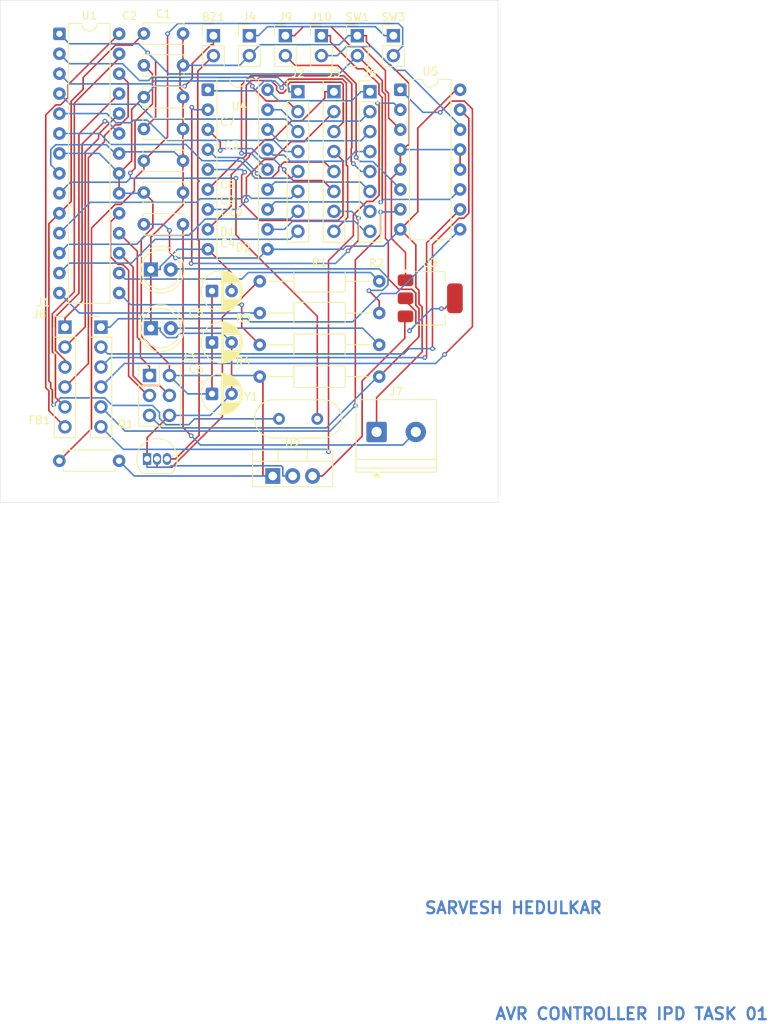
<source format=kicad_pcb>
(kicad_pcb (version 20241229) (generator "pcbnew") (generator_version "9.0")
  (layers (0 "F.Cu" signal) (2 "B.Cu" signal) (13 "F.Paste" user) (15 "B.Paste" user) (5 "F.SilkS" user "F.Silkscreen") (7 "B.SilkS" user "B.Silkscreen") (1 "F.Mask" user) (3 "B.Mask" user) (25 "Edge.Cuts" user))
  (net 0 "")
  (net 1 "5V")
  (net 2 "Net-(BZ1--)")
  (net 3 "GND")
  (net 4 "Net-(U1-XTAL2{slash}PB7)")
  (net 5 "Net-(U1-XTAL1{slash}PB6)")
  (net 6 "RESET")
  (net 7 "Net-(C8-Pad1)")
  (net 8 "Net-(C10-Pad2)")
  (net 9 "12V")
  (net 10 "Net-(D1-A)")
  (net 11 "Net-(D2-A)")
  (net 12 "Net-(J1-Pin_5)")
  (net 13 "Net-(J1-Pin_4)")
  (net 14 "Net-(J1-Pin_2)")
  (net 15 "Net-(J1-Pin_1)")
  (net 16 "Net-(J1-Pin_6)")
  (net 17 "Net-(J1-Pin_3)")
  (net 18 "Net-(J2-Pin_4)")
  (net 19 "Net-(J2-Pin_8)")
  (net 20 "Net-(J2-Pin_6)")
  (net 21 "Net-(J2-Pin_3)")
  (net 22 "Net-(J2-Pin_2)")
  (net 23 "Net-(J2-Pin_1)")
  (net 24 "Net-(J2-Pin_5)")
  (net 25 "Net-(J2-Pin_7)")
  (net 26 "SCK")
  (net 27 "MISO")
  (net 28 "MOSI")
  (net 29 "Net-(J4-Pad1)")
  (net 30 "Net-(J5-Pin_8)")
  (net 31 "Net-(J5-Pin_4)")
  (net 32 "Net-(J5-Pin_3)")
  (net 33 "Net-(J5-Pin_5)")
  (net 34 "Net-(J5-Pin_2)")
  (net 35 "Net-(J5-Pin_1)")
  (net 36 "Net-(J5-Pin_7)")
  (net 37 "Net-(J5-Pin_6)")
  (net 38 "Net-(J6-Pin_4)")
  (net 39 "Net-(J6-Pin_5)")
  (net 40 "Net-(J6-Pin_3)")
  (net 41 "Net-(J6-Pin_8)")
  (net 42 "Net-(J6-Pin_7)")
  (net 43 "Net-(J6-Pin_6)")
  (net 44 "Net-(J6-Pin_1)")
  (net 45 "Net-(J6-Pin_2)")
  (net 46 "Net-(J8-Pin_6)")
  (net 47 "Net-(J8-Pin_5)")
  (net 48 "Net-(J8-Pin_2)")
  (net 49 "Net-(J8-Pin_3)")
  (net 50 "Net-(J8-Pin_4)")
  (net 51 "Net-(J8-Pin_1)")
  (net 52 "Net-(J9-Pin_2)")
  (net 53 "Net-(J9-Pin_1)")
  (net 54 "Net-(J10-Pin_1)")
  (net 55 "Net-(J10-Pin_2)")
  (net 56 "Net-(Q1-G)")
  (net 57 "PWM1")
  (net 58 "GPIO_FLAG_1")
  (net 59 "GPIO_FLAG_2")
  (net 60 "Net-(U2-OUT)")
  (net 61 "+3V0")
  (footprint "Package_TO_SOT_THT:TO-220-3_Vertical" (layer "F.Cu") (at 158.26 121.11)
    (property "Reference" "U2")
    (property "Value" "L7805")
  )
  (footprint "Package_DIP:DIP-28_W7.62mm" (layer "F.Cu") (at 131.05 64.78)
    (property "Reference" "U1")
    (property "Value" "ATmega328-P")
  )
  (footprint "LED_THT:LED_D5.0mm" (layer "F.Cu") (at 142.71 102.28)
    (property "Reference" "D2")
    (property "Value" "LED")
  )
  (footprint "Capacitor_THT:C_Disc_D5.0mm_W2.5mm_P5.00mm" (layer "F.Cu") (at 141.82 76.9)
    (property "Reference" "C7")
    (property "Value" "1uf")
  )
  (footprint "Resistor_THT:R_Axial_DIN0207_L6.3mm_D2.5mm_P15.24mm_Horizontal" (layer "F.Cu") (at 156.6 96.3)
    (property "Reference" "R1")
    (property "Value" "R")
  )
  (footprint "Package_TO_SOT_SMD:SOT-223-3_TabPin2" (layer "F.Cu") (at 178.34 98.475)
    (property "Reference" "U3")
    (property "Value" "AMS1117-3.3")
  )
  (footprint "Connector_PinHeader_2.54mm:PinHeader_1x02_P2.54mm_Vertical" (layer "F.Cu") (at 169.05 65.02)
    (property "Reference" "SW1")
    (property "Value" "SW_Push")
  )
  (footprint "Capacitor_THT:C_Disc_D5.0mm_W2.5mm_P5.00mm" (layer "F.Cu") (at 141.82 89.05)
    (property "Reference" "C10")
    (property "Value" "100uf")
  )
  (footprint "Connector_PinHeader_2.54mm:PinHeader_1x06_P2.54mm_Vertical" (layer "F.Cu") (at 131.76 102.15)
    (property "Reference" "J1")
    (property "Value" "Conn_01x06")
  )
  (footprint "Connector_PinHeader_2.54mm:PinHeader_1x08_P2.54mm_Vertical" (layer "F.Cu") (at 166.06 72.16)
    (property "Reference" "J5")
    (property "Value" "Conn_01x08")
  )
  (footprint "Connector_PinHeader_2.54mm:PinHeader_1x02_P2.54mm_Vertical" (layer "F.Cu") (at 164.46 65.02)
    (property "Reference" "J10")
    (property "Value" "Screw_Terminal_01x02")
  )
  (footprint "Connector_PinHeader_2.54mm:PinHeader_1x06_P2.54mm_Vertical" (layer "F.Cu") (at 136.35 102.15)
    (property "Reference" "J8")
    (property "Value" "Screw_Terminal_01x06")
  )
  (footprint "Connector_PinHeader_2.54mm:PinHeader_1x02_P2.54mm_Vertical" (layer "F.Cu") (at 150.69 65.02)
    (property "Reference" "BZ1")
    (property "Value" "Buzzer")
  )
  (footprint "Resistor_THT:R_Axial_DIN0207_L6.3mm_D2.5mm_P15.24mm_Horizontal" (layer "F.Cu") (at 156.6 108.45)
    (property "Reference" "R4")
    (property "Value" "R")
  )
  (footprint "Connector_PinHeader_2.54mm:PinHeader_1x02_P2.54mm_Vertical" (layer "F.Cu") (at 155.28 65.02)
    (property "Reference" "J4")
    (property "Value" "Barrel_Jack")
  )
  (footprint "Package_TO_SOT_THT:TO-92_Inline" (layer "F.Cu") (at 142.23 118.94)
    (property "Reference" "Q1")
    (property "Value" "2N7000")
  )
  (footprint "Capacitor_THT:CP_Radial_D5.0mm_P2.50mm" (layer "F.Cu") (at 150.5098 97.55)
    (property "Reference" "C4")
    (property "Value" "100nf")
  )
  (footprint "Connector_PinHeader_2.54mm:PinHeader_2x03_P2.54mm_Vertical" (layer "F.Cu") (at 142.54 108.31)
    (property "Reference" "J3")
    (property "Value" "Conn_02x03_Odd_Even")
  )
  (footprint "Capacitor_THT:CP_Radial_D5.0mm_P2.50mm" (layer "F.Cu") (at 150.5098 104.1)
    (property "Reference" "C5")
    (property "Value" "100nf")
  )
  (footprint "Connector_PinHeader_2.54mm:PinHeader_1x08_P2.54mm_Vertical" (layer "F.Cu") (at 170.65 72.16)
    (property "Reference" "J6")
    (property "Value" "Conn_01x08")
  )
  (footprint "Resistor_THT:R_Axial_DIN0207_L6.3mm_D2.5mm_P15.24mm_Horizontal" (layer "F.Cu") (at 156.6 100.35)
    (property "Reference" "R2")
    (property "Value" "R")
  )
  (footprint "Resistor_THT:R_Axial_DIN0207_L6.3mm_D2.5mm_P7.62mm_Horizontal" (layer "F.Cu") (at 131.04 119.17)
    (property "Reference" "FB1")
    (property "Value" "FerriteBead")
  )
  (footprint "Connector_PinHeader_2.54mm:PinHeader_1x02_P2.54mm_Vertical" (layer "F.Cu") (at 159.87 65.02)
    (property "Reference" "J9")
    (property "Value" "Screw_Terminal_01x02")
  )
  (footprint "Resistor_THT:R_Axial_DIN0207_L6.3mm_D2.5mm_P15.24mm_Horizontal" (layer "F.Cu") (at 156.6 104.4)
    (property "Reference" "R3")
    (property "Value" "R")
  )
  (footprint "Capacitor_THT:C_Disc_D5.0mm_W2.5mm_P5.00mm" (layer "F.Cu") (at 141.82 68.8)
    (property "Reference" "C2")
    (property "Value" "22pf")
  )
  (footprint "Crystal:Crystal_HC49-U_Vertical" (layer "F.Cu") (at 159.06 113.83)
    (property "Reference" "Y1")
    (property "Value" "Crystal")
  )
  (footprint "Capacitor_THT:C_Disc_D5.0mm_W2.5mm_P5.00mm" (layer "F.Cu") (at 141.82 64.75)
    (property "Reference" "C1")
    (property "Value" "22pf")
  )
  (footprint "Connector_PinHeader_2.54mm:PinHeader_1x08_P2.54mm_Vertical" (layer "F.Cu") (at 161.47 72.16)
    (property "Reference" "J2")
    (property "Value" "Conn_01x08")
  )
  (footprint "Capacitor_THT:C_Disc_D5.0mm_W2.5mm_P5.00mm" (layer "F.Cu") (at 141.82 85)
    (property "Reference" "C9")
    (property "Value" "1uf")
  )
  (footprint "Connector_PinHeader_2.54mm:PinHeader_1x02_P2.54mm_Vertical" (layer "F.Cu") (at 173.64 65.02)
    (property "Reference" "SW3")
    (property "Value" "SW_Push")
  )
  (footprint "LED_THT:LED_D5.0mm" (layer "F.Cu") (at 142.71 94.81)
    (property "Reference" "D1")
    (property "Value" "LED")
  )
  (footprint "TerminalBlock_Phoenix:TerminalBlock_Phoenix_PT-1,5-2-5.0-H_1x02_P5.00mm_Horizontal" (layer "F.Cu") (at 171.5 115.5)
    (property "Reference" "J7")
    (property "Value" "Barrel_Jack")
  )
  (footprint "Capacitor_THT:C_Disc_D5.0mm_W2.5mm_P5.00mm" (layer "F.Cu") (at 141.82 80.95)
    (property "Reference" "C8")
    (property "Value" "1uf")
  )
  (footprint "Capacitor_THT:CP_Radial_D5.0mm_P2.50mm" (layer "F.Cu") (at 150.5098 110.65)
    (property "Reference" "C6")
    (property "Value" "10uf")
  )
  (footprint "Capacitor_THT:C_Disc_D5.0mm_W2.5mm_P5.00mm" (layer "F.Cu") (at 141.82 72.85)
    (property "Reference" "C3")
    (property "Value" "C")
  )
  (footprint "Package_DIP:DIP-18_W7.62mm" (layer "F.Cu") (at 149.98 71.91)
    (property "Reference" "U4")
    (property "Value" "ULN2803A")
  )
  (footprint "Package_DIP:DIP-16_W7.62mm" (layer "F.Cu") (at 174.53 71.91)
    (property "Reference" "U5")
    (property "Value" "L293")
  )
  (gr_rect (start 123.5 60.5) (end 187 124.5) (stroke (width 0.05)) (fill no) (layer "Edge.Cuts"))
  (gr_text "AVR CONTROLLER IPD TASK 01\n" (at 186.5 190.5 0) (layer "B.Cu") (effects (font (size 1.5 1.5) (thickness 0.3) (bold yes)) (justify left bottom)))
  (gr_text "SARVESH HEDULKAR\n" (at 177.5 177 0) (layer "B.Cu") (effects (font (size 1.5 1.5) (thickness 0.3) (bold yes)) (justify left bottom)))
  (segment (start 147.9906 70.4889) (end 147.0357 71.4438) (width 0.2) (layer "F.Cu") (net 1))
  (segment (start 150.5098 97.55) (end 150.5098 104.1) (width 0.2) (layer "F.Cu") (net 1))
  (segment (start 138.67 82.56) (end 138.67 85.1) (width 0.2) (layer "F.Cu") (net 1))
  (segment (start 150.4021 66.1717) (end 147.9906 68.5832) (width 0.2) (layer "F.Cu") (net 1))
  (segment (start 157.0058 121.11) (end 157.0058 108.8558) (width 0.2) (layer "F.Cu") (net 1))
  (segment (start 140.2672 74.4028) (end 140.2672 80.9628) (width 0.2) (layer "F.Cu") (net 1))
  (segment (start 141.4872 90.9409) (end 141.4872 103.2839) (width 0.2) (layer "F.Cu") (net 1))
  (segment (start 145.08 106.8767) (end 145.08 108.31) (width 0.2) (layer "F.Cu") (net 1))
  (segment (start 141.4872 103.2839) (end 145.08 106.8767) (width 0.2) (layer "F.Cu") (net 1))
  (segment (start 141.82 85) (end 142.9711 86.1511) (width 0.2) (layer "F.Cu") (net 1))
  (segment (start 142.9711 89.457) (end 141.4872 90.9409) (width 0.2) (layer "F.Cu") (net 1))
  (segment (start 147.9906 68.5832) (end 147.9906 70.4889) (width 0.2) (layer "F.Cu") (net 1))
  (segment (start 142.9711 86.1511) (end 142.9711 89.457) (width 0.2) (layer "F.Cu") (net 1))
  (segment (start 158.26 121.11) (end 157.0058 121.11) (width 0.2) (layer "F.Cu") (net 1))
  (segment (start 141.82 72.85) (end 140.2672 74.4028) (width 0.2) (layer "F.Cu") (net 1))
  (segment (start 140.2672 80.9628) (end 138.67 82.56) (width 0.2) (layer "F.Cu") (net 1))
  (segment (start 150.5098 104.1) (end 150.5098 110.65) (width 0.2) (layer "F.Cu") (net 1))
  (segment (start 150.69 66.1717) (end 150.4021 66.1717) (width 0.2) (layer "F.Cu") (net 1))
  (segment (start 150.69 65.02) (end 150.69 66.1717) (width 0.2) (layer "F.Cu") (net 1))
  (segment (start 157.0058 108.8558) (end 156.6 108.45) (width 0.2) (layer "F.Cu") (net 1))
  (via (at 147.0357 71.4438) (size 0.6) (drill 0.3) (layers "F.Cu" "B.Cu") (net 1))
  (segment (start 138.67 85.1) (end 141.72 85.1) (width 0.2) (layer "B.Cu") (net 1))
  (segment (start 147.0357 71.4438) (end 143.2262 71.4438) (width 0.2) (layer "B.Cu") (net 1))
  (segment (start 141.72 85.1) (end 141.82 85) (width 0.2) (layer "B.Cu") (net 1))
  (segment (start 138.66 119.17) (end 140.6 121.11) (width 0.2) (layer "B.Cu") (net 1))
  (segment (start 143.2262 71.4438) (end 141.82 72.85) (width 0.2) (layer "B.Cu") (net 1))
  (segment (start 156.46 108.31) (end 156.6 108.45) (width 0.2) (layer "B.Cu") (net 1))
  (segment (start 140.6 121.11) (end 158.26 121.11) (width 0.2) (layer "B.Cu") (net 1))
  (segment (start 145.08 108.31) (end 147.42 110.65) (width 0.2) (layer "B.Cu") (net 1))
  (segment (start 147.42 110.65) (end 150.5098 110.65) (width 0.2) (layer "B.Cu") (net 1))
  (segment (start 136.13 80.02) (end 131.05 80.02) (width 0.2) (layer "B.Cu") (net 1))
  (segment (start 145.08 108.31) (end 156.46 108.31) (width 0.2) (layer "B.Cu") (net 1))
  (segment (start 138.67 82.56) (end 136.13 80.02) (width 0.2) (layer "B.Cu") (net 1))
  (segment (start 145.5967 118.94) (end 145.837 118.94) (width 0.2) (layer "F.Cu") (net 2))
  (segment (start 150.69 67.56) (end 148.697 69.553) (width 0.2) (layer "F.Cu") (net 2))
  (segment (start 144.77 118.94) (end 145.5967 118.94) (width 0.2) (layer "F.Cu") (net 2))
  (segment (start 148.697 69.553) (end 148.697 83.3719) (width 0.2) (layer "F.Cu") (net 2))
  (segment (start 148.6985 90.9934) (end 148.6985 83.703) (width 0.2) (layer "F.Cu") (net 2))
  (segment (start 148.8633 115.9137) (end 148.8633 91.1582) (width 0.2) (layer "F.Cu") (net 2))
  (segment (start 145.837 118.94) (end 148.8633 115.9137) (width 0.2) (layer "F.Cu") (net 2))
  (segment (start 148.697 83.3719) (end 148.8633 83.5382) (width 0.2) (layer "F.Cu") (net 2))
  (segment (start 148.6985 83.703) (end 148.8633 83.5382) (width 0.2) (layer "F.Cu") (net 2))
  (segment (start 148.6985 90.9934) (end 148.8633 91.1582) (width 0.2) (layer "F.Cu") (net 2))
  (segment (start 148.697 83.3719) (end 148.8633 83.5382) (width 0.2) (layer "F.Cu") (net 2))
  (segment (start 148.6985 90.9934) (end 148.8633 91.1582) (width 0.2) (layer "F.Cu") (net 2))
  (segment (start 146.434 69.186) (end 146.434 71.6929) (width 0.2) (layer "F.Cu") (net 3))
  (segment (start 175.43 78.979) (end 175.5602 78.979) (width 0.2) (layer "F.Cu") (net 3))
  (segment (start 175.19 96.175) (end 175.19 92.6411) (width 0.2) (layer "F.Cu") (net 3))
  (segment (start 142.71 94.81) (end 142.71 102.28) (width 0.2) (layer "F.Cu") (net 3))
  (segment (start 149.98 92.23) (end 153.0098 95.2598) (width 0.2) (layer "F.Cu") (net 3))
  (segment (start 174.53 79.53) (end 174.53 80.8) (width 0.2) (layer "F.Cu") (net 3))
  (segment (start 142.23 116.24) (end 145.08 113.39) (width 0.2) (layer "F.Cu") (net 3))
  (segment (start 146.82 72.85) (end 146.82 76.9) (width 0.2) (layer "F.Cu") (net 3))
  (segment (start 174.53 80.8) (end 174.53 82.07) (width 0.2) (layer "F.Cu") (net 3))
  (segment (start 142.71 94.81) (end 142.71 90.6957) (width 0.2) (layer "F.Cu") (net 3))
  (segment (start 153.0098 110.65) (end 153.0098 104.1) (width 0.2) (layer "F.Cu") (net 3))
  (segment (start 169.05 65.02) (end 170.2017 65.02) (width 0.2) (layer "F.Cu") (net 3))
  (segment (start 146.82 86.5857) (end 146.82 85) (width 0.2) (layer "F.Cu") (net 3))
  (segment (start 175.19 92.6411) (end 173.3903 90.8414) (width 0.2) (layer "F.Cu") (net 3))
  (segment (start 173.3903 90.8414) (end 173.3903 83.2097) (width 0.2) (layer "F.Cu") (net 3))
  (segment (start 153.0098 95.2598) (end 153.0098 97.55) (width 0.2) (layer "F.Cu") (net 3))
  (segment (start 146.82 76.9) (end 146.82 80.95) (width 0.2) (layer "F.Cu") (net 3))
  (segment (start 170.2017 65.7973) (end 170.2017 65.02) (width 0.2) (layer "F.Cu") (net 3))
  (segment (start 146.434 71.6929) (end 146.8199 72.0788) (width 0.2) (layer "F.Cu") (net 3))
  (segment (start 146.82 72.0788) (end 146.82 72.85) (width 0.2) (layer "F.Cu") (net 3))
  (segment (start 142.23 118.94) (end 142.23 116.24) (width 0.2) (layer "F.Cu") (net 3))
  (segment (start 175.6577 71.1285) (end 173.2469 68.7177) (width 0.2) (layer "F.Cu") (net 3))
  (segment (start 173.2469 68.7177) (end 173.1221 68.7177) (width 0.2) (layer "F.Cu") (net 3))
  (segment (start 173.1221 68.7177) (end 170.2017 65.7973) (width 0.2) (layer "F.Cu") (net 3))
  (segment (start 146.82 68.8) (end 146.82 64.75) (width 0.2) (layer "F.Cu") (net 3))
  (segment (start 182.15 79.53) (end 182.15 82.07) (width 0.2) (layer "F.Cu") (net 3))
  (segment (start 175.5602 78.979) (end 175.6577 78.8815) (width 0.2) (layer "F.Cu") (net 3))
  (segment (start 174.53 79.879) (end 175.43 78.979) (width 0.2) (layer "F.Cu") (net 3))
  (segment (start 174.53 80.8) (end 174.53 79.879) (width 0.2) (layer "F.Cu") (net 3))
  (segment (start 175.6577 78.8815) (end 175.6577 71.1285) (width 0.2) (layer "F.Cu") (net 3))
  (segment (start 142.71 90.6957) (end 146.82 86.5857) (width 0.2) (layer "F.Cu") (net 3))
  (segment (start 146.82 68.8) (end 146.434 69.186) (width 0.2) (layer "F.Cu") (net 3))
  (segment (start 146.82 80.95) (end 146.82 85) (width 0.2) (layer "F.Cu") (net 3))
  (segment (start 173.3903 83.2097) (end 174.53 82.07) (width 0.2) (layer "F.Cu") (net 3))
  (segment (start 146.8199 72.0788) (end 146.82 72.0788) (width 0.2) (layer "F.Cu") (net 3))
  (segment (start 145.1125 119.9917) (end 142.23 119.9917) (width 0.2) (layer "B.Cu") (net 3))
  (segment (start 142.23 118.94) (end 142.23 119.9917) (width 0.2) (layer "B.Cu") (net 3))
  (segment (start 153.0098 110.65) (end 150.2698 113.39) (width 0.2) (layer "B.Cu") (net 3))
  (segment (start 129.947 79.5441) (end 130.5811 78.91) (width 0.2) (layer "B.Cu") (net 3))
  (segment (start 138.1493 80.02) (end 138.67 80.02) (width 0.2) (layer "B.Cu") (net 3))
  (segment (start 160.8 121.11) (end 159.5458 121.11) (width 0.2) (layer "B.Cu") (net 3))
  (segment (start 138.8753 79.8147) (end 145.6847 79.8147) (width 0.2) (layer "B.Cu") (net 3))
  (segment (start 131.05 82.56) (end 129.947 81.457) (width 0.2) (layer "B.Cu") (net 3))
  (segment (start 156.6683 66.1717) (end 155.28 67.56) (width 0.2) (layer "B.Cu") (net 3))
  (segment (start 154.04 68.8) (end 146.82 68.8) (width 0.2) (layer "B.Cu") (net 3))
  (segment (start 159.5458 121.11) (end 159.5458 120.0126) (width 0.2) (layer "B.Cu") (net 3))
  (segment (start 166.7466 66.1717) (end 156.6683 66.1717) (width 0.2) (layer "B.Cu") (net 3))
  (segment (start 145.2959 119.8083) (end 145.1125 119.9917) (width 0.2) (layer "B.Cu") (net 3))
  (segment (start 129.947 81.457) (end 129.947 79.5441) (width 0.2) (layer "B.Cu") (net 3))
  (segment (start 145.9169 103.4817) (end 144.7378 103.4817) (width 0.2) (layer "B.Cu") (net 3))
  (segment (start 144.7378 103.4817) (end 143.9117 102.6556) (width 0.2) (layer "B.Cu") (net 3))
  (segment (start 153.0098 104.1) (end 151.8435 102.9337) (width 0.2) (layer "B.Cu") (net 3))
  (segment (start 142.71 102.28) (end 143.9117 102.28) (width 0.2) (layer "B.Cu") (net 3))
  (segment (start 143.9117 94.81) (end 143.9117 94.4345) (width 0.2) (layer "B.Cu") (net 3))
  (segment (start 169.05 65.02) (end 167.8983 65.02) (width 0.2) (layer "B.Cu") (net 3))
  (segment (start 159.3415 119.8083) (end 145.2959 119.8083) (width 0.2) (layer "B.Cu") (net 3))
  (segment (start 142.71 94.81) (end 143.9117 94.81) (width 0.2) (layer "B.Cu") (net 3))
  (segment (start 174.53 79.53) (end 182.15 79.53) (width 0.2) (layer "B.Cu") (net 3))
  (segment (start 146.1162 92.23) (end 149.98 92.23) (width 0.2) (layer "B.Cu") (net 3))
  (segment (start 143.9117 94.4345) (end 146.1162 92.23) (width 0.2) (layer "B.Cu") (net 3))
  (segment (start 167.8983 65.02) (end 166.7466 66.1717) (width 0.2) (layer "B.Cu") (net 3))
  (segment (start 159.5458 120.0126) (end 159.3415 119.8083) (width 0.2) (layer "B.Cu") (net 3))
  (segment (start 137.0393 78.91) (end 138.1493 80.02) (width 0.2) (layer "B.Cu") (net 3))
  (segment (start 145.6847 79.8147) (end 146.82 80.95) (width 0.2) (layer "B.Cu") (net 3))
  (segment (start 155.28 67.56) (end 154.04 68.8) (width 0.2) (layer "B.Cu") (net 3))
  (segment (start 130.5811 78.91) (end 137.0393 78.91) (width 0.2) (layer "B.Cu") (net 3))
  (segment (start 150.2698 113.39) (end 145.08 113.39) (width 0.2) (layer "B.Cu") (net 3))
  (segment (start 151.8435 102.9337) (end 146.4649 102.9337) (width 0.2) (layer "B.Cu") (net 3))
  (segment (start 143.9117 102.6556) (end 143.9117 102.28) (width 0.2) (layer "B.Cu") (net 3))
  (segment (start 146.4649 102.9337) (end 145.9169 103.4817) (width 0.2) (layer "B.Cu") (net 3))
  (segment (start 138.67 80.02) (end 138.8753 79.8147) (width 0.2) (layer "B.Cu") (net 3))
  (segment (start 132.552 86.138) (end 131.05 87.64) (width 0.2) (layer "F.Cu") (net 4))
  (segment (start 138.2073 66.2183) (end 134.0775 70.3481) (width 0.2) (layer "F.Cu") (net 4))
  (segment (start 141.82 64.75) (end 140.3517 66.2183) (width 0.2) (layer "F.Cu") (net 4))
  (segment (start 129.9482 109.2514) (end 129.7107 109.0139) (width 0.2) (layer "F.Cu") (net 4))
  (segment (start 129.9482 109.9398) (end 129.9482 109.2514) (width 0.2) (layer "F.Cu") (net 4))
  (segment (start 130.1484 110.14) (end 129.9482 109.9398) (width 0.2) (layer "F.Cu") (net 4))
  (segment (start 129.7107 109.0139) (end 129.7107 88.9793) (width 0.2) (layer "F.Cu") (net 4))
  (segment (start 132.552 73.3672) (end 132.552 86.138) (width 0.2) (layer "F.Cu") (net 4))
  (segment (start 134.0775 70.3481) (end 134.0775 71.8417) (width 0.2) (layer "F.Cu") (net 4))
  (segment (start 129.7107 88.9793) (end 131.05 87.64) (width 0.2) (layer "F.Cu") (net 4))
  (segment (start 140.3517 66.2183) (end 138.2073 66.2183) (width 0.2) (layer "F.Cu") (net 4))
  (segment (start 130.31 112.0292) (end 130.1484 111.8676) (width 0.2) (layer "F.Cu") (net 4))
  (segment (start 134.0775 71.8417) (end 132.552 73.3672) (width 0.2) (layer "F.Cu") (net 4))
  (segment (start 130.1484 111.8676) (end 130.1484 110.14) (width 0.2) (layer "F.Cu") (net 4))
  (via (at 130.31 112.0292) (size 0.6) (drill 0.3) (layers "F.Cu" "B.Cu") (net 4))
  (segment (start 131.1809 111.1583) (end 130.31 112.0292) (width 0.2) (layer "B.Cu") (net 4))
  (segment (start 142.9254 112.12) (end 137.7888 112.12) (width 0.2) (layer "B.Cu") (net 4))
  (segment (start 136.8271 111.1583) (end 131.1809 111.1583) (width 0.2) (layer "B.Cu") (net 4))
  (segment (start 143.81 113.0046) (end 142.9254 112.12) (width 0.2) (layer "B.Cu") (net 4))
  (segment (start 143.81 113.7487) (end 143.81 113.0046) (width 0.2) (layer "B.Cu") (net 4))
  (segment (start 137.7888 112.12) (end 136.8271 111.1583) (width 0.2) (layer "B.Cu") (net 4))
  (segment (start 148.2914 113.83) (end 147.5648 114.5566) (width 0.2) (layer "B.Cu") (net 4))
  (segment (start 159.06 113.83) (end 148.2914 113.83) (width 0.2) (layer "B.Cu") (net 4))
  (segment (start 147.556 114.5654) (end 144.6267 114.5654) (width 0.2) (layer "B.Cu") (net 4))
  (segment (start 147.5648 114.5566) (end 147.556 114.5654) (width 0.2) (layer "B.Cu") (net 4))
  (segment (start 144.6267 114.5654) (end 143.81 113.7487) (width 0.2) (layer "B.Cu") (net 4))
  (segment (start 147.5648 114.5566) (end 147.556 114.5654) (width 0.2) (layer "B.Cu") (net 4))
  (segment (start 140.0938 82.5083) (end 140.6943 81.9078) (width 0.2) (layer "F.Cu") (net 5))
  (segment (start 142.9217 69.9017) (end 141.82 68.8) (width 0.2) (layer "F.Cu") (net 5))
  (segment (start 153.5671 90.3955) (end 163.94 100.7684) (width 0.2) (layer "F.Cu") (net 5))
  (segment (start 140.6943 75.9485) (end 142.9217 73.7211) (width 0.2) (layer "F.Cu") (net 5))
  (segment (start 163.94 100.7684) (end 163.94 113.83) (width 0.2) (layer "F.Cu") (net 5))
  (segment (start 140.6943 81.9078) (end 140.6943 75.9485) (width 0.2) (layer "F.Cu") (net 5))
  (segment (start 142.9217 73.7211) (end 142.9217 69.9017) (width 0.2) (layer "F.Cu") (net 5))
  (segment (start 153.5671 83.1777) (end 153.5671 90.3955) (width 0.2) (layer "F.Cu") (net 5))
  (via (at 140.0938 82.5083) (size 0.6) (drill 0.3) (layers "F.Cu" "B.Cu") (net 5))
  (via (at 153.5671 83.1777) (size 0.6) (drill 0.3) (layers "F.Cu" "B.Cu") (net 5))
  (segment (start 140.0938 83.1777) (end 139.5831 83.6884) (width 0.2) (layer "B.Cu") (net 5))
  (segment (start 140.0938 83.1777) (end 153.5671 83.1777) (width 0.2) (layer "B.Cu") (net 5))
  (segment (start 140.0938 83.1777) (end 140.0938 82.5083) (width 0.2) (layer "B.Cu") (net 5))
  (segment (start 139.5831 83.6884) (end 132.4616 83.6884) (width 0.2) (layer "B.Cu") (net 5))
  (segment (start 132.4616 83.6884) (end 131.05 85.1) (width 0.2) (layer "B.Cu") (net 5))
  (segment (start 143.3234 68.2207) (end 143.3234 75.3966) (width 0.2) (layer "F.Cu") (net 6))
  (segment (start 172.2233 72.1238) (end 172.2233 70.7333) (width 0.2) (layer "F.Cu") (net 6))
  (segment (start 176.6727 99.5217) (end 176.5064 99.3554) (width 0.2) (layer "F.Cu") (net 6))
  (segment (start 174.33 97.325) (end 172.9901 95.9851) (width 0.2) (layer "F.Cu") (net 6))
  (segment (start 172.625 72.5255) (end 172.2233 72.1238) (width 0.2) (layer "F.Cu") (net 6))
  (segment (start 172.6326 75.708) (end 172.625 75.7004) (width 0.2) (layer "F.Cu") (net 6))
  (segment (start 176.0078 97.325) (end 174.33 97.325) (width 0.2) (layer "F.Cu") (net 6))
  (segment (start 176.5064 97.8236) (end 176.0078 97.325) (width 0.2) (layer "F.Cu") (net 6))
  (segment (start 176.9081 99.7571) (end 176.6727 99.5217) (width 0.2) (layer "F.Cu") (net 6))
  (segment (start 172.2233 70.7333) (end 169.05 67.56) (width 0.2) (layer "F.Cu") (net 6))
  (segment (start 172.9901 91.2092) (end 172.6326 90.8517) (width 0.2) (layer "F.Cu") (net 6))
  (segment (start 172.625 75.7004) (end 172.625 72.5255) (width 0.2) (layer "F.Cu") (net 6))
  (segment (start 172.9901 95.9851) (end 172.9901 91.2092) (width 0.2) (layer "F.Cu") (net 6))
  (segment (start 172.6326 90.8517) (end 172.6326 75.708) (width 0.2) (layer "F.Cu") (net 6))
  (segment (start 176.9081 103.3819) (end 176.9081 99.7571) (width 0.2) (layer "F.Cu") (net 6))
  (segment (start 176.6727 99.5217) (end 176.5064 99.3554) (width 0.2) (layer "F.Cu") (net 6))
  (segment (start 142.3146 67.2119) (end 143.3234 68.2207) (width 0.2) (layer "F.Cu") (net 6))
  (segment (start 143.3234 75.3966) (end 141.82 76.9) (width 0.2) (layer "F.Cu") (net 6))
  (segment (start 171.84 108.45) (end 176.9081 103.3819) (width 0.2) (layer "F.Cu") (net 6))
  (segment (start 176.5064 99.3554) (end 176.5064 97.8236) (width 0.2) (layer "F.Cu") (net 6))
  (via (at 142.3146 67.2119) (size 0.6) (drill 0.3) (layers "F.Cu" "B.Cu") (net 6))
  (segment (start 142.3146 67.2119) (end 141.1527 66.05) (width 0.2) (layer "B.Cu") (net 6))
  (segment (start 171.6437 108.45) (end 165.1117 114.982) (width 0.2) (layer "B.Cu") (net 6))
  (segment (start 141.1527 66.05) (end 132.32 66.05) (width 0.2) (layer "B.Cu") (net 6))
  (segment (start 144.132 114.982) (end 142.54 113.39) (width 0.2) (layer "B.Cu") (net 6))
  (segment (start 165.1117 114.982) (end 144.132 114.982) (width 0.2) (layer "B.Cu") (net 6))
  (segment (start 132.32 66.05) (end 131.05 64.78) (width 0.2) (layer "B.Cu") (net 6))
  (segment (start 145.0044 69.9017) (end 142.3146 67.2119) (width 0.2) (layer "B.Cu") (net 6))
  (segment (start 169.05 67.56) (end 166.7083 69.9017) (width 0.2) (layer "B.Cu") (net 6))
  (segment (start 166.7083 69.9017) (end 145.0044 69.9017) (width 0.2) (layer "B.Cu") (net 6))
  (segment (start 171.84 108.45) (end 171.6437 108.45) (width 0.2) (layer "B.Cu") (net 6))
  (segment (start 135.1461 89.5282) (end 138.1576 86.5167) (width 0.2) (layer "F.Cu") (net 7))
  (segment (start 141.82 82.038) (end 141.82 80.95) (width 0.2) (layer "F.Cu") (net 7))
  (segment (start 141.82 80.95) (end 144.8443 77.9257) (width 0.2) (layer "F.Cu") (net 7))
  (segment (start 144.8443 77.9257) (end 144.8443 64.7769) (width 0.2) (layer "F.Cu") (net 7))
  (segment (start 140.6076 83.2504) (end 141.82 82.038) (width 0.2) (layer "F.Cu") (net 7))
  (segment (start 135.1461 115.0639) (end 135.1461 89.5282) (width 0.2) (layer "F.Cu") (net 7))
  (segment (start 131.04 119.17) (end 135.1461 115.0639) (width 0.2) (layer "F.Cu") (net 7))
  (segment (start 140.6076 84.8014) (end 140.6076 83.2504) (width 0.2) (layer "F.Cu") (net 7))
  (segment (start 138.8923 86.5167) (end 140.6076 84.8014) (width 0.2) (layer "F.Cu") (net 7))
  (segment (start 138.1576 86.5167) (end 138.8923 86.5167) (width 0.2) (layer "F.Cu") (net 7))
  (via (at 144.8443 64.7769) (size 0.6) (drill 0.3) (layers "F.Cu" "B.Cu") (net 7))
  (segment (start 146.157 63.4642) (end 174.2785 63.4642) (width 0.2) (layer "B.Cu") (net 7))
  (segment (start 174.8248 64.0105) (end 174.8248 66.3752) (width 0.2) (layer "B.Cu") (net 7))
  (segment (start 144.8443 64.7769) (end 146.157 63.4642) (width 0.2) (layer "B.Cu") (net 7))
  (segment (start 174.2785 63.4642) (end 174.8248 64.0105) (width 0.2) (layer "B.Cu") (net 7))
  (segment (start 174.8248 66.3752) (end 173.64 67.56) (width 0.2) (layer "B.Cu") (net 7))
  (segment (start 146.82 114.9471) (end 147.8598 115.9869) (width 0.2) (layer "F.Cu") (net 8))
  (segment (start 146.82 89.05) (end 146.82 114.9471) (width 0.2) (layer "F.Cu") (net 8))
  (via (at 147.8598 115.9869) (size 0.6) (drill 0.3) (layers "F.Cu" "B.Cu") (net 8))
  (segment (start 174.8363 117.1637) (end 149.0366 117.1637) (width 0.2) (layer "B.Cu") (net 8))
  (segment (start 176.5 115.5) (end 174.8363 117.1637) (width 0.2) (layer "B.Cu") (net 8))
  (segment (start 149.0366 117.1637) (end 147.8598 115.9869) (width 0.2) (layer "B.Cu") (net 8))
  (segment (start 176.7536 76.794) (end 176.7536 87.4664) (width 0.2) (layer "F.Cu") (net 9))
  (segment (start 145.0929 89.8378) (end 145.0929 92.5771) (width 0.2) (layer "F.Cu") (net 9))
  (segment (start 177.3098 105.315) (end 171.5 111.1248) (width 0.2) (layer "F.Cu") (net 9))
  (segment (start 176.5064 97.0554) (end 176.5064 91.6664) (width 0.2) (layer "F.Cu") (net 9))
  (segment (start 176.9081 99.1891) (end 176.9081 97.4571) (width 0.2) (layer "F.Cu") (net 9))
  (segment (start 182.15 71.91) (end 181.6376 71.91) (width 0.2) (layer "F.Cu") (net 9))
  (segment (start 176.6727 97.2217) (end 176.5064 97.0554) (width 0.2) (layer "F.Cu") (net 9))
  (segment (start 181.6376 71.91) (end 176.7536 76.794) (width 0.2) (layer "F.Cu") (net 9))
  (segment (start 177.3098 99.5908) (end 177.3098 105.315) (width 0.2) (layer "F.Cu") (net 9))
  (segment (start 176.7536 87.4664) (end 174.53 89.69) (width 0.2) (layer "F.Cu") (net 9))
  (segment (start 176.6727 97.2217) (end 176.5064 97.0554) (width 0.2) (layer "F.Cu") (net 9))
  (segment (start 176.5064 91.6664) (end 174.53 89.69) (width 0.2) (layer "F.Cu") (net 9))
  (segment (start 177.0744 99.3554) (end 176.9081 99.1891) (width 0.2) (layer "F.Cu") (net 9))
  (segment (start 171.5 111.1248) (end 171.5 115.5) (width 0.2) (layer "F.Cu") (net 9))
  (segment (start 177.0744 99.3554) (end 176.9081 99.1891) (width 0.2) (layer "F.Cu") (net 9))
  (segment (start 177.0744 99.3554) (end 177.3098 99.5908) (width 0.2) (layer "F.Cu") (net 9))
  (segment (start 176.9081 97.4571) (end 176.6727 97.2217) (width 0.2) (layer "F.Cu") (net 9))
  (segment (start 145.0929 92.5771) (end 145.8595 93.3437) (width 0.2) (layer "F.Cu") (net 9))
  (via (at 145.8595 93.3437) (size 0.6) (drill 0.3) (layers "F.Cu" "B.Cu") (net 9))
  (via (at 145.0929 89.8378) (size 0.6) (drill 0.3) (layers "F.Cu" "B.Cu") (net 9))
  (segment (start 172.3856 91.8344) (end 167.612 91.8344) (width 0.2) (layer "B.Cu") (net 9))
  (segment (start 141.82 89.05) (end 144.3051 89.05) (width 0.2) (layer "B.Cu") (net 9))
  (segment (start 174.53 89.69) (end 172.3856 91.8344) (width 0.2) (layer "B.Cu") (net 9))
  (segment (start 156.4863 93.3437) (end 157.6 92.23) (width 0.2) (layer "B.Cu") (net 9))
  (segment (start 145.8595 93.3437) (end 156.4863 93.3437) (width 0.2) (layer "B.Cu") (net 9))
  (segment (start 167.2165 92.2299) (end 167.2165 92.23) (width 0.2) (layer "B.Cu") (net 9))
  (segment (start 167.612 91.8344) (end 167.2165 92.2299) (width 0.2) (layer "B.Cu") (net 9))
  (segment (start 144.3051 89.05) (end 145.0929 89.8378) (width 0.2) (layer "B.Cu") (net 9))
  (segment (start 167.2165 92.23) (end 157.6 92.23) (width 0.2) (layer "B.Cu") (net 9))
  (segment (start 170.5235 97.506) (end 171.84 98.8225) (width 0.2) (layer "F.Cu") (net 10))
  (segment (start 171.84 98.8225) (end 171.84 100.35) (width 0.2) (layer "F.Cu") (net 10))
  (via (at 170.5235 97.506) (size 0.6) (drill 0.3) (layers "F.Cu" "B.Cu") (net 10))
  (segment (start 172.2554 97.4626) (end 170.5669 97.4626) (width 0.2) (layer "B.Cu") (net 10))
  (segment (start 172.9521 96.7659) (end 172.2554 97.4626) (width 0.2) (layer "B.Cu") (net 10))
  (segment (start 170.5669 97.4626) (end 170.5235 97.506) (width 0.2) (layer "B.Cu") (net 10))
  (segment (start 145.25 94.81) (end 145.3355 94.7245) (width 0.2) (layer "B.Cu") (net 10))
  (segment (start 172.9521 95.854) (end 172.9521 96.7659) (width 0.2) (layer "B.Cu") (net 10))
  (segment (start 171.8226 94.7245) (end 172.9521 95.854) (width 0.2) (layer "B.Cu") (net 10))
  (segment (start 145.3355 94.7245) (end 171.8226 94.7245) (width 0.2) (layer "B.Cu") (net 10))
  (segment (start 169.72 102.28) (end 171.84 104.4) (width 0.2) (layer "B.Cu") (net 11))
  (segment (start 145.25 102.28) (end 169.72 102.28) (width 0.2) (layer "B.Cu") (net 11))
  (segment (start 130.3836 105.5333) (end 130.5484 105.6981) (width 0.2) (layer "F.Cu") (net 12))
  (segment (start 130.5484 109.972) (end 130.5484 105.6981) (width 0.2) (layer "F.Cu") (net 12))
  (segment (start 132.9537 73.6043) (end 132.9537 97.6435) (width 0.2) (layer "F.Cu") (net 12))
  (segment (start 130.5501 109.9737) (end 130.5484 109.972) (width 0.2) (layer "F.Cu") (net 12))
  (segment (start 130.1482 100.449) (end 130.1482 105.2979) (width 0.2) (layer "F.Cu") (net 12))
  (segment (start 130.5501 111.1001) (end 130.5501 109.9737) (width 0.2) (layer "F.Cu") (net 12))
  (segment (start 130.3836 105.5333) (end 130.5484 105.6981) (width 0.2) (layer "F.Cu") (net 12))
  (segment (start 131.76 112.31) (end 130.5501 111.1001) (width 0.2) (layer "F.Cu") (net 12))
  (segment (start 132.9537 97.6435) (end 130.1482 100.449) (width 0.2) (layer "F.Cu") (net 12))
  (segment (start 130.1482 105.2979) (end 130.3836 105.5333) (width 0.2) (layer "F.Cu") (net 12))
  (segment (start 138.67 67.32) (end 138.67 67.888) (width 0.2) (layer "F.Cu") (net 12))
  (segment (start 138.67 67.888) (end 132.9537 73.6043) (width 0.2) (layer "F.Cu") (net 12))
  (segment (start 134.7444 80.5717) (end 136.8054 78.5107) (width 0.2) (layer "F.Cu") (net 13))
  (segment (start 138.7898 76.3783) (end 139.8169 75.3512) (width 0.2) (layer "F.Cu") (net 13))
  (segment (start 136.8054 77.7481) (end 138.1752 76.3783) (width 0.2) (layer "F.Cu") (net 13))
  (segment (start 136.8054 78.5107) (end 136.8054 77.7481) (width 0.2) (layer "F.Cu") (net 13))
  (segment (start 138.1752 76.3783) (end 138.7898 76.3783) (width 0.2) (layer "F.Cu") (net 13))
  (segment (start 139.8169 71.0069) (end 138.67 69.86) (width 0.2) (layer "F.Cu") (net 13))
  (segment (start 139.8169 75.3512) (end 139.8169 71.0069) (width 0.2) (layer "F.Cu") (net 13))
  (segment (start 134.7444 106.7856) (end 134.7444 80.5717) (width 0.2) (layer "F.Cu") (net 13))
  (segment (start 131.76 109.77) (end 134.7444 106.7856) (width 0.2) (layer "F.Cu") (net 13))
  (segment (start 131.76 104.69) (end 134.3427 102.1073) (width 0.2) (layer "F.Cu") (net 14))
  (segment (start 135.3665 78.8136) (end 135.4529 78.7272) (width 0.2) (layer "F.Cu") (net 14))
  (segment (start 136.0508 78.1293) (end 136.0508 77.5591) (width 0.2) (layer "F.Cu") (net 14))
  (segment (start 134.3427 79.8374) (end 135.3665 78.8136) (width 0.2) (layer "F.Cu") (net 14))
  (segment (start 135.3665 78.8136) (end 135.4529 78.7272) (width 0.2) (layer "F.Cu") (net 14))
  (segment (start 136.0509 77.5591) (end 138.67 74.94) (width 0.2) (layer "F.Cu") (net 14))
  (segment (start 135.4529 78.7272) (end 136.0508 78.1293) (width 0.2) (layer "F.Cu") (net 14))
  (segment (start 134.3427 102.1073) (end 134.3427 79.8374) (width 0.2) (layer "F.Cu") (net 14))
  (segment (start 136.0508 77.5591) (end 136.0509 77.5591) (width 0.2) (layer "F.Cu") (net 14))
  (segment (start 133.941 78.8151) (end 136.851 75.9051) (width 0.2) (layer "F.Cu") (net 15))
  (segment (start 131.76 100.9983) (end 133.941 98.8173) (width 0.2) (layer "F.Cu") (net 15))
  (segment (start 131.76 102.15) (end 131.76 100.9983) (width 0.2) (layer "F.Cu") (net 15))
  (segment (start 133.941 98.8173) (end 133.941 78.8151) (width 0.2) (layer "F.Cu") (net 15))
  (via (at 136.851 75.9051) (size 0.6) (drill 0.3) (layers "F.Cu" "B.Cu") (net 15))
  (segment (start 136.851 75.9051) (end 137.0951 75.9051) (width 0.2) (layer "B.Cu") (net 15))
  (segment (start 137.0951 75.9051) (end 138.67 77.48) (width 0.2) (layer "B.Cu") (net 15))
  (segment (start 130.5937 73.8383) (end 129.309 75.123) (width 0.2) (layer "F.Cu") (net 16))
  (segment (start 132.1517 71.2983) (end 132.1517 72.8794) (width 0.2) (layer "F.Cu") (net 16))
  (segment (start 129.7107 110.2703) (end 129.7107 111.7777) (width 0.2) (layer "F.Cu") (net 16))
  (segment (start 131.1928 73.8383) (end 130.5937 73.8383) (width 0.2) (layer "F.Cu") (net 16))
  (segment (start 129.309 75.123) (end 129.309 109.8686) (width 0.2) (layer "F.Cu") (net 16))
  (segment (start 129.7107 111.7777) (end 129.7083 111.7801) (width 0.2) (layer "F.Cu") (net 16))
  (segment (start 129.7083 112.7983) (end 131.76 114.85) (width 0.2) (layer "F.Cu") (net 16))
  (segment (start 129.309 109.8686) (end 129.7107 110.2703) (width 0.2) (layer "F.Cu") (net 16))
  (segment (start 129.7083 111.7801) (end 129.7083 112.7983) (width 0.2) (layer "F.Cu") (net 16))
  (segment (start 138.67 64.78) (end 132.1517 71.2983) (width 0.2) (layer "F.Cu") (net 16))
  (segment (start 132.1517 72.8794) (end 131.1928 73.8383) (width 0.2) (layer "F.Cu") (net 16))
  (segment (start 133.5378 77.5322) (end 133.5378 97.8446) (width 0.2) (layer "F.Cu") (net 17))
  (segment (start 130.5499 100.8325) (end 130.5499 105.1316) (width 0.2) (layer "F.Cu") (net 17))
  (segment (start 133.5378 97.8446) (end 130.5499 100.8325) (width 0.2) (layer "F.Cu") (net 17))
  (segment (start 131.76 106.3417) (end 131.76 107.23) (width 0.2) (layer "F.Cu") (net 17))
  (segment (start 130.5499 105.1316) (end 131.76 106.3417) (width 0.2) (layer "F.Cu") (net 17))
  (segment (start 138.67 72.4) (end 133.5378 77.5322) (width 0.2) (layer "F.Cu") (net 17))
  (segment (start 137.0945 74.94) (end 131.05 74.94) (width 0.2) (layer "B.Cu") (net 18))
  (segment (start 140.1716 76.1126) (end 138.2671 76.1126) (width 0.2) (layer "B.Cu") (net 18))
  (segment (start 140.5084 75.7758) (end 140.1716 76.1126) (width 0.2) (layer "B.Cu") (net 18))
  (segment (start 161.47 79.78) (end 159.8092 79.78) (width 0.2) (layer "B.Cu") (net 18))
  (segment (start 144.8335 78.3554) (end 142.2539 75.7758) (width 0.2) (layer "B.Cu") (net 18))
  (segment (start 142.2539 75.7758) (end 140.5084 75.7758) (width 0.2) (layer "B.Cu") (net 18))
  (segment (start 138.2671 76.1126) (end 137.0945 74.94) (width 0.2) (layer "B.Cu") (net 18))
  (segment (start 159.8092 79.78) (end 158.3846 78.3554) (width 0.2) (layer "B.Cu") (net 18))
  (segment (start 158.3846 78.3554) (end 144.8335 78.3554) (width 0.2) (layer "B.Cu") (net 18))
  (segment (start 160.45 90.96) (end 143.2604 90.96) (width 0.2) (layer "B.Cu") (net 19))
  (segment (start 140.2304 93.99) (end 132.32 93.99) (width 0.2) (layer "B.Cu") (net 19))
  (segment (start 161.47 89.94) (end 160.45 90.96) (width 0.2) (layer "B.Cu") (net 19))
  (segment (start 132.32 93.99) (end 131.05 95.26) (width 0.2) (layer "B.Cu") (net 19))
  (segment (start 143.2604 90.96) (end 140.2304 93.99) (width 0.2) (layer "B.Cu") (net 19))
  (segment (start 148.5274 86.25) (end 134.98 86.25) (width 0.2) (layer "B.Cu") (net 20))
  (segment (start 154.6472 85.3934) (end 154.2472 85.7934) (width 0.2) (layer "B.Cu") (net 20))
  (segment (start 154.2472 85.7935) (end 148.9839 85.7935) (width 0.2) (layer "B.Cu") (net 20))
  (segment (start 155.5245 85.7435) (end 155.1744 85.3934) (width 0.2) (layer "B.Cu") (net 20))
  (segment (start 161.47 84.86) (end 160.5865 85.7435) (width 0.2) (layer "B.Cu") (net 20))
  (segment (start 134.98 86.25) (end 131.05 90.18) (width 0.2) (layer "B.Cu") (net 20))
  (segment (start 160.5865 85.7435) (end 155.5245 85.7435) (width 0.2) (layer "B.Cu") (net 20))
  (segment (start 154.2472 85.7934) (end 154.2472 85.7935) (width 0.2) (layer "B.Cu") (net 20))
  (segment (start 148.9839 85.7935) (end 148.5274 86.25) (width 0.2) (layer "B.Cu") (net 20))
  (segment (start 155.1744 85.3934) (end 154.6472 85.3934) (width 0.2) (layer "B.Cu") (net 20))
  (segment (start 141.167 73.755) (end 132.405 73.755) (width 0.2) (layer "B.Cu") (net 21))
  (segment (start 132.405 73.755) (end 131.05 72.4) (width 0.2) (layer "B.Cu") (net 21))
  (segment (start 143.0598 75.6478) (end 141.167 73.755) (width 0.2) (layer "B.Cu") (net 21))
  (segment (start 161.47 77.24) (end 159.8778 75.6478) (width 0.2) (layer "B.Cu") (net 21))
  (segment (start 159.8778 75.6478) (end 143.0598 75.6478) (width 0.2) (layer "B.Cu") (net 21))
  (segment (start 155.6515 71.5719) (end 155.6515 71.262) (width 0.2) (layer "F.Cu") (net 22))
  (segment (start 160.1183 73.3483) (end 157.4279 73.3483) (width 0.2) (layer "F.Cu") (net 22))
  (segment (start 161.47 74.7) (end 160.1183 73.3483) (width 0.2) (layer "F.Cu") (net 22))
  (segment (start 155.6515 71.262) (end 155.6515 71.4464) (width 0.2) (layer "F.Cu") (net 22))
  (segment (start 157.4279 73.3483) (end 155.6515 71.5719) (width 0.2) (layer "F.Cu") (net 22))
  (via (at 155.6515 71.4464) (size 0.6) (drill 0.3) (layers "F.Cu" "B.Cu") (net 22))
  (segment (start 143.1332 70.7861) (end 142.7581 71.1612) (width 0.2) (layer "B.Cu") (net 22))
  (segment (start 155.1756 70.7861) (end 143.1332 70.7861) (width 0.2) (layer "B.Cu") (net 22))
  (segment (start 132.3512 71.1612) (end 131.05 69.86) (width 0.2) (layer "B.Cu") (net 22))
  (segment (start 155.6515 71.262) (end 155.6515 71.4464) (width 0.2) (layer "B.Cu") (net 22))
  (segment (start 142.7581 71.1612) (end 132.3512 71.1612) (width 0.2) (layer "B.Cu") (net 22))
  (segment (start 155.6515 71.262) (end 155.1756 70.7861) (width 0.2) (layer "B.Cu") (net 22))
  (segment (start 141.2605 70.7346) (end 139.1159 68.59) (width 0.2) (layer "B.Cu") (net 23))
  (segment (start 156.5335 70.3359) (end 156.2981 70.5713) (width 0.2) (layer "B.Cu") (net 23))
  (segment (start 155.7316 70.3344) (end 142.8167 70.3344) (width 0.2) (layer "B.Cu") (net 23))
  (segment (start 158.9319 70.3359) (end 156.5335 70.3359) (width 0.2) (layer "B.Cu") (net 23))
  (segment (start 142.8167 70.3344) (end 142.5813 70.5698) (width 0.2) (layer "B.Cu") (net 23))
  (segment (start 139.1159 68.59) (end 132.32 68.59) (width 0.2) (layer "B.Cu") (net 23))
  (segment (start 156.2981 70.5713) (end 156.1333 70.7361) (width 0.2) (layer "B.Cu") (net 23))
  (segment (start 156.1333 70.7361) (end 155.7316 70.3344) (width 0.2) (layer "B.Cu") (net 23))
  (segment (start 132.32 68.59) (end 131.05 67.32) (width 0.2) (layer "B.Cu") (net 23))
  (segment (start 161.47 72.16) (end 160.3183 72.16) (width 0.2) (layer "B.Cu") (net 23))
  (segment (start 160.3183 71.7223) (end 158.9319 70.3359) (width 0.2) (layer "B.Cu") (net 23))
  (segment (start 142.4165 70.7346) (end 141.2605 70.7346) (width 0.2) (layer "B.Cu") (net 23))
  (segment (start 160.3183 72.16) (end 160.3183 71.7223) (width 0.2) (layer "B.Cu") (net 23))
  (segment (start 142.5813 70.5698) (end 142.4165 70.7346) (width 0.2) (layer "B.Cu") (net 23))
  (segment (start 142.5813 70.5698) (end 142.4165 70.7346) (width 0.2) (layer "B.Cu") (net 23))
  (segment (start 156.2981 70.5713) (end 156.1333 70.7361) (width 0.2) (layer "B.Cu") (net 23))
  (segment (start 160.6167 83.1733) (end 161.47 82.32) (width 0.2) (layer "B.Cu") (net 24))
  (segment (start 155.654 82.499) (end 155.654 82.8207) (width 0.2) (layer "B.Cu") (net 24))
  (segment (start 136.2007 77.48) (end 137.6018 78.8811) (width 0.2) (layer "B.Cu") (net 24))
  (segment (start 156.0066 83.1733) (end 160.6167 83.1733) (width 0.2) (layer "B.Cu") (net 24))
  (segment (start 153.797 80.943) (end 153.8588 81.0048) (width 0.2) (layer "B.Cu") (net 24))
  (segment (start 149.2481 80.943) (end 153.797 80.943) (width 0.2) (layer "B.Cu") (net 24))
  (segment (start 154.1598 81.0048) (end 155.654 82.499) (width 0.2) (layer "B.Cu") (net 24))
  (segment (start 137.6018 78.8811) (end 147.1862 78.8811) (width 0.2) (layer "B.Cu") (net 24))
  (segment (start 155.654 82.8207) (end 156.0066 83.1733) (width 0.2) (layer "B.Cu") (net 24))
  (segment (start 153.8588 81.0048) (end 154.1598 81.0048) (width 0.2) (layer "B.Cu") (net 24))
  (segment (start 131.05 77.48) (end 136.2007 77.48) (width 0.2) (layer "B.Cu") (net 24))
  (segment (start 147.1862 78.8811) (end 149.2481 80.943) (width 0.2) (layer "B.Cu") (net 24))
  (segment (start 142.0741 90.4395) (end 140.9221 91.5915) (width 0.2) (layer "B.Cu") (net 25))
  (segment (start 140.9221 91.5915) (end 132.1785 91.5915) (width 0.2) (layer "B.Cu") (net 25))
  (segment (start 149.6427 88.3711) (end 147.5743 90.4395) (width 0.2) (layer "B.Cu") (net 25))
  (segment (start 161.47 87.4) (end 161.4679 87.4) (width 0.2) (layer "B.Cu") (net 25))
  (segment (start 160.4968 88.3711) (end 149.6427 88.3711) (width 0.2) (layer "B.Cu") (net 25))
  (segment (start 132.1785 91.5915) (end 131.05 92.72) (width 0.2) (layer "B.Cu") (net 25))
  (segment (start 147.5743 90.4395) (end 142.0741 90.4395) (width 0.2) (layer "B.Cu") (net 25))
  (segment (start 161.4679 87.4) (end 160.4968 88.3711) (width 0.2) (layer "B.Cu") (net 25))
  (segment (start 137.566 93.1926) (end 137.566 88.744) (width 0.2) (layer "F.Cu") (net 26))
  (segment (start 139.8767 108.3847) (end 139.8767 94.9021) (width 0.2) (layer "F.Cu") (net 26))
  (segment (start 138.5317 94.1583) (end 137.566 93.1926) (width 0.2) (layer "F.Cu") (net 26))
  (segment (start 142.342 110.85) (end 139.8767 108.3847) (width 0.2) (layer "F.Cu") (net 26))
  (segment (start 137.566 88.744) (end 138.67 87.64) (width 0.2) (layer "F.Cu") (net 26))
  (segment (start 139.8767 94.9021) (end 139.1329 94.1583) (width 0.2) (layer "F.Cu") (net 26))
  (segment (start 139.1329 94.1583) (end 138.5317 94.1583) (width 0.2) (layer "F.Cu") (net 26))
  (segment (start 142.54 110.85) (end 142.342 110.85) (width 0.2) (layer "F.Cu") (net 26))
  (segment (start 141.222 103.6819) (end 141.3868 103.8467) (width 0.2) (layer "F.Cu") (net 27))
  (segment (start 142.54 108.31) (end 142.54 107.1583) (width 0.2) (layer "F.Cu") (net 27))
  (segment (start 141.222 103.6819) (end 141.3868 103.8467) (width 0.2) (layer "F.Cu") (net 27))
  (segment (start 138.67 90.18) (end 140.9866 92.4966) (width 0.2) (layer "F.Cu") (net 27))
  (segment (start 141.3868 103.8467) (end 141.3868 106.0051) (width 0.2) (layer "F.Cu") (net 27))
  (segment (start 140.9866 103.4465) (end 141.222 103.6819) (width 0.2) (layer "F.Cu") (net 27))
  (segment (start 140.9866 92.4966) (end 140.9866 103.4465) (width 0.2) (layer "F.Cu") (net 27))
  (segment (start 141.3868 106.0051) (end 142.54 107.1583) (width 0.2) (layer "F.Cu") (net 27))
  (segment (start 140.4448 108.3627) (end 140.4448 94.4948) (width 0.2) (layer "F.Cu") (net 28))
  (segment (start 143.8085 109.5785) (end 141.6606 109.5785) (width 0.2) (layer "F.Cu") (net 28))
  (segment (start 145.08 110.85) (end 143.8085 109.5785) (width 0.2) (layer "F.Cu") (net 28))
  (segment (start 140.4448 94.4948) (end 138.67 92.72) (width 0.2) (layer "F.Cu") (net 28))
  (segment (start 141.6606 109.5785) (end 140.4448 108.3627) (width 0.2) (layer "F.Cu") (net 28))
  (segment (start 157.5834 63.8683) (end 171.3366 63.8683) (width 0.2) (layer "B.Cu") (net 29))
  (segment (start 171.3366 63.8683) (end 172.4883 65.02) (width 0.2) (layer "B.Cu") (net 29))
  (segment (start 156.4317 65.02) (end 157.5834 63.8683) (width 0.2) (layer "B.Cu") (net 29))
  (segment (start 173.64 65.02) (end 172.4883 65.02) (width 0.2) (layer "B.Cu") (net 29))
  (segment (start 155.28 65.02) (end 156.4317 65.02) (width 0.2) (layer "B.Cu") (net 29))
  (segment (start 167.8124 81.6646) (end 167.6476 81.4998) (width 0.2) (layer "F.Cu") (net 30))
  (segment (start 159.4055 71.6605) (end 159.4055 71.4484) (width 0.2) (layer "F.Cu") (net 30))
  (segment (start 167.6476 71.0497) (end 167.6476 81.4998) (width 0.2) (layer "F.Cu") (net 30))
  (segment (start 167.1476 70.5497) (end 167.6476 71.0497) (width 0.2) (layer "F.Cu") (net 30))
  (segment (start 167.8124 81.6646) (end 167.6476 81.4998) (width 0.2) (layer "F.Cu") (net 30))
  (segment (start 159.4054 71.6605) (end 159.4055 71.6605) (width 0.2) (layer "F.Cu") (net 30))
  (segment (start 160.3042 70.5497) (end 167.1476 70.5497) (width 0.2) (layer "F.Cu") (net 30))
  (segment (start 166.06 89.94) (end 167.8124 88.1876) (width 0.2) (layer "F.Cu") (net 30))
  (segment (start 167.8124 88.1876) (end 167.8124 81.6646) (width 0.2) (layer "F.Cu") (net 30))
  (segment (start 159.4055 71.4484) (end 160.3042 70.5497) (width 0.2) (layer "F.Cu") (net 30))
  (via (at 159.4054 71.6605) (size 0.6) (drill 0.3) (layers "F.Cu" "B.Cu") (net 30))
  (segment (start 157.1612 70.7876) (end 158.5325 70.7876) (width 0.2) (layer "B.Cu") (net 30))
  (segment (start 158.5325 70.7876) (end 159.4054 71.6605) (width 0.2) (layer "B.Cu") (net 30))
  (segment (start 150.1181 72.0481) (end 155.9007 72.0481) (width 0.2) (layer "B.Cu") (net 30))
  (segment (start 155.9007 72.0481) (end 157.1612 70.7876) (width 0.2) (layer "B.Cu") (net 30))
  (segment (start 149.98 71.91) (end 150.1181 72.0481) (width 0.2) (layer "B.Cu") (net 30))
  (segment (start 166.5869 88.5517) (end 167.2117 87.9269) (width 0.2) (layer "F.Cu") (net 31))
  (segment (start 167.2117 80.9317) (end 166.06 79.78) (width 0.2) (layer "F.Cu") (net 31))
  (segment (start 154.2946 82.8) (end 154.2946 86.2733) (width 0.2) (layer "F.Cu") (net 31))
  (segment (start 167.2117 87.9269) (end 167.2117 80.9317) (width 0.2) (layer "F.Cu") (net 31))
  (segment (start 156.573 88.5517) (end 166.5869 88.5517) (width 0.2) (layer "F.Cu") (net 31))
  (segment (start 154.2946 86.2733) (end 156.573 88.5517) (width 0.2) (layer "F.Cu") (net 31))
  (segment (start 154.6848 82.4098) (end 154.2946 82.8) (width 0.2) (layer "F.Cu") (net 31))
  (via (at 154.6848 82.4098) (size 0.6) (drill 0.3) (layers "F.Cu" "B.Cu") (net 31))
  (segment (start 149.98 82.07) (end 154.345 82.07) (width 0.2) (layer "B.Cu") (net 31))
  (segment (start 154.345 82.07) (end 154.6848 82.4098) (width 0.2) (layer "B.Cu") (net 31))
  (segment (start 154.8759 71.3649) (end 155.5077 70.7331) (width 0.2) (layer "F.Cu") (net 32))
  (segment (start 160.1995 71.2387) (end 160.4868 70.9514) (width 0.2) (layer "F.Cu") (net 32))
  (segment (start 166.9792 70.9514) (end 167.2444 71.2166) (width 0.2) (layer "F.Cu") (net 32))
  (segment (start 158.0424 70.7331) (end 158.753 71.4437) (width 0.2) (layer "F.Cu") (net 32))
  (segment (start 167.2444 76.0556) (end 166.06 77.24) (width 0.2) (layer "F.Cu") (net 32))
  (segment (start 154.5234 80.6031) (end 154.8759 80.2506) (width 0.2) (layer "F.Cu") (net 32))
  (segment (start 167.2444 71.2166) (end 167.2444 76.0556) (width 0.2) (layer "F.Cu") (net 32))
  (segment (start 159.5908 72.3263) (end 160.1995 71.7176) (width 0.2) (layer "F.Cu") (net 32))
  (segment (start 153.9869 80.6031) (end 154.5234 80.6031) (width 0.2) (layer "F.Cu") (net 32))
  (segment (start 154.8759 80.2506) (end 154.8759 71.3649) (width 0.2) (layer "F.Cu") (net 32))
  (segment (start 158.753 71.4437) (end 158.753 71.9325) (width 0.2) (layer "F.Cu") (net 32))
  (segment (start 155.5077 70.7331) (end 158.0424 70.7331) (width 0.2) (layer "F.Cu") (net 32))
  (segment (start 159.1468 72.3263) (end 159.5908 72.3263) (width 0.2) (layer "F.Cu") (net 32))
  (segment (start 149.98 84.61) (end 153.9869 80.6031) (width 0.2) (layer "F.Cu") (net 32))
  (segment (start 160.4868 70.9514) (end 166.9792 70.9514) (width 0.2) (layer "F.Cu") (net 32))
  (segment (start 158.753 71.9325) (end 159.1468 72.3263) (width 0.2) (layer "F.Cu") (net 32))
  (segment (start 160.1995 71.7176) (end 160.1995 71.2387) (width 0.2) (layer "F.Cu") (net 32))
  (segment (start 164.8607 81.1207) (end 166.06 82.32) (width 0.2) (layer "F.Cu") (net 33))
  (segment (start 159.6944 81.1207) (end 164.8607 81.1207) (width 0.2) (layer "F.Cu") (net 33))
  (segment (start 159.009 81.8061) (end 159.6944 81.1207) (width 0.2) (layer "F.Cu") (net 33))
  (segment (start 156.2557 82.5716) (end 156.8573 83.1732) (width 0.2) (layer "F.Cu") (net 33))
  (segment (start 159.009 82.2632) (end 159.009 81.8061) (width 0.2) (layer "F.Cu") (net 33))
  (segment (start 156.8573 83.1732) (end 158.099 83.1732) (width 0.2) (layer "F.Cu") (net 33))
  (segment (start 158.099 83.1732) (end 159.009 82.2632) (width 0.2) (layer "F.Cu") (net 33))
  (via (at 156.2557 82.5716) (size 0.6) (drill 0.3) (layers "F.Cu" "B.Cu") (net 33))
  (segment (start 150.9839 80.5339) (end 153.9559 80.5339) (width 0.2) (layer "B.Cu") (net 33))
  (segment (start 156.2557 82.4651) (end 156.2557 82.5716) (width 0.2) (layer "B.Cu") (net 33))
  (segment (start 153.9559 80.5339) (end 154.0251 80.6031) (width 0.2) (layer "B.Cu") (net 33))
  (segment (start 154.0251 80.6031) (end 154.3937 80.6031) (width 0.2) (layer "B.Cu") (net 33))
  (segment (start 149.98 79.53) (end 150.9839 80.5339) (width 0.2) (layer "B.Cu") (net 33))
  (segment (start 154.3937 80.6031) (end 156.2557 82.4651) (width 0.2) (layer "B.Cu") (net 33))
  (segment (start 158.3041 80.8) (end 157.1765 80.8) (width 0.2) (layer "F.Cu") (net 34))
  (segment (start 162.25 78.51) (end 160.5941 78.51) (width 0.2) (layer "F.Cu") (net 34))
  (segment (start 160.5941 78.51) (end 158.3041 80.8) (width 0.2) (layer "F.Cu") (net 34))
  (segment (start 157.1765 80.8) (end 154.8963 83.0802) (width 0.2) (layer "F.Cu") (net 34))
  (segment (start 154.8963 83.0802) (end 154.8963 85.9951) (width 0.2) (layer "F.Cu") (net 34))
  (segment (start 166.06 74.7) (end 162.25 78.51) (width 0.2) (layer "F.Cu") (net 34))
  (via (at 154.8963 85.9951) (size 0.6) (drill 0.3) (layers "F.Cu" "B.Cu") (net 34))
  (segment (start 153.7414 87.15) (end 154.8963 85.9951) (width 0.2) (layer "B.Cu") (net 34))
  (segment (start 149.98 87.15) (end 153.7414 87.15) (width 0.2) (layer "B.Cu") (net 34))
  (segment (start 166.06 72.16) (end 164.9083 72.16) (width 0.2) (layer "F.Cu") (net 35))
  (segment (start 157.2941 78.26) (end 158.2534 78.26) (width 0.2) (layer "F.Cu") (net 35))
  (segment (start 155.2776 80.2765) (end 157.2941 78.26) (width 0.2) (layer "F.Cu") (net 35))
  (segment (start 160.6617 75.8517) (end 162.011 75.8517) (width 0.2) (layer "F.Cu") (net 35))
  (segment (start 164.9083 72.9544) (end 164.9083 72.16) (width 0.2) (layer "F.Cu") (net 35))
  (segment (start 155.2776 80.4169) (end 155.2776 80.2765) (width 0.2) (layer "F.Cu") (net 35))
  (segment (start 162.011 75.8517) (end 164.9083 72.9544) (width 0.2) (layer "F.Cu") (net 35))
  (segment (start 158.2534 78.26) (end 160.6617 75.8517) (width 0.2) (layer "F.Cu") (net 35))
  (segment (start 152.9654 82.7291) (end 155.2776 80.4169) (width 0.2) (layer "F.Cu") (net 35))
  (segment (start 152.9654 86.7046) (end 152.9654 82.7291) (width 0.2) (layer "F.Cu") (net 35))
  (segment (start 149.98 89.69) (end 152.9654 86.7046) (width 0.2) (layer "F.Cu") (net 35))
  (segment (start 147.9328 74.1446) (end 147.9328 93.943) (width 0.2) (layer "F.Cu") (net 36))
  (segment (start 169.1813 91.1159) (end 167.8611 92.4361) (width 0.2) (layer "F.Cu") (net 36))
  (segment (start 169.1813 88.2647) (end 169.1813 91.1159) (width 0.2) (layer "F.Cu") (net 36))
  (segment (start 147.9328 93.943) (end 147.8417 94.0341) (width 0.2) (layer "F.Cu") (net 36))
  (via (at 147.8417 94.0341) (size 0.6) (drill 0.3) (layers "F.Cu" "B.Cu") (net 36))
  (via (at 169.1813 88.2647) (size 0.6) (drill 0.3) (layers "F.Cu" "B.Cu") (net 36))
  (via (at 167.8611 92.4361) (size 0.6) (drill 0.3) (layers "F.Cu" "B.Cu") (net 36))
  (via (at 147.9328 74.1446) (size 0.6) (drill 0.3) (layers "F.Cu" "B.Cu") (net 36))
  (segment (start 167.8611 92.4361) (end 166.2631 94.0341) (width 0.2) (layer "B.Cu") (net 36))
  (segment (start 166.06 87.4) (end 168.3166 87.4) (width 0.2) (layer "B.Cu") (net 36))
  (segment (start 148.2382 74.45) (end 147.9328 74.1446) (width 0.2) (layer "B.Cu") (net 36))
  (segment (start 166.2631 94.0341) (end 147.8417 94.0341) (width 0.2) (layer "B.Cu") (net 36))
  (segment (start 168.3166 87.4) (end 169.1813 88.2647) (width 0.2) (layer "B.Cu") (net 36))
  (segment (start 149.98 74.45) (end 148.2382 74.45) (width 0.2) (layer "B.Cu") (net 36))
  (segment (start 151.5675 79.6419) (end 151.5675 79.2994) (width 0.2) (layer "F.Cu") (net 37))
  (segment (start 159.7109 82.3005) (end 160.8821 83.4717) (width 0.2) (layer "F.Cu") (net 37))
  (segment (start 159.7109 82.0689) (end 159.7109 82.3005) (width 0.2) (layer "F.Cu") (net 37))
  (segment (start 151.5675 78.5775) (end 151.5675 79.6419) (width 0.2) (layer "F.Cu") (net 37))
  (segment (start 160.8821 83.4717) (end 164.6717 83.4717) (width 0.2) (layer "F.Cu") (net 37))
  (segment (start 164.6717 83.4717) (end 166.06 84.86) (width 0.2) (layer "F.Cu") (net 37))
  (segment (start 151.5675 79.2994) (end 151.5675 79.6419) (width 0.2) (layer "F.Cu") (net 37))
  (segment (start 149.98 76.99) (end 151.5675 78.5775) (width 0.2) (layer "F.Cu") (net 37))
  (via (at 151.5675 79.6419) (size 0.6) (drill 0.3) (layers "F.Cu" "B.Cu") (net 37))
  (via (at 159.7109 82.0689) (size 0.6) (drill 0.3) (layers "F.Cu" "B.Cu") (net 37))
  (segment (start 151.5675 79.6419) (end 151.5675 79.2994) (width 0.2) (layer "B.Cu") (net 37))
  (segment (start 156.8298 80.6332) (end 155.5963 79.3997) (width 0.2) (layer "B.Cu") (net 37))
  (segment (start 159.7109 82.0689) (end 158.2752 80.6332) (width 0.2) (layer "B.Cu") (net 37))
  (segment (start 155.5963 79.3997) (end 151.8097 79.3997) (width 0.2) (layer "B.Cu") (net 37))
  (segment (start 151.8097 79.3997) (end 151.5675 79.6419) (width 0.2) (layer "B.Cu") (net 37))
  (segment (start 158.2752 80.6332) (end 156.8298 80.6332) (width 0.2) (layer "B.Cu") (net 37))
  (segment (start 151.5675 79.2994) (end 151.5675 79.6419) (width 0.2) (layer "B.Cu") (net 37))
  (segment (start 168.7791 79.78) (end 167.5486 81.0105) (width 0.2) (layer "B.Cu") (net 38))
  (segment (start 158.3015 80.2315) (end 157.6 79.53) (width 0.2) (layer "B.Cu") (net 38))
  (segment (start 167.5486 81.0105) (end 160.4738 81.0105) (width 0.2) (layer "B.Cu") (net 38))
  (segment (start 170.65 79.78) (end 168.7791 79.78) (width 0.2) (layer "B.Cu") (net 38))
  (segment (start 159.6948 80.2315) (end 158.3015 80.2315) (width 0.2) (layer "B.Cu") (net 38))
  (segment (start 160.4738 81.0105) (end 159.6948 80.2315) (width 0.2) (layer "B.Cu") (net 38))
  (segment (start 167.318 70.1332) (end 168.3412 71.1564) (width 0.2) (layer "F.Cu") (net 39))
  (segment (start 154.2742 71.2889) (end 155.4299 70.1332) (width 0.2) (layer "F.Cu") (net 39))
  (segment (start 155.4299 70.1332) (end 167.318 70.1332) (width 0.2) (layer "F.Cu") (net 39))
  (segment (start 168.3412 79.3168) (end 168.2666 79.3914) (width 0.2) (layer "F.Cu") (net 39))
  (segment (start 154.2742 80.0014) (end 154.2742 71.2889) (width 0.2) (layer "F.Cu") (net 39))
  (segment (start 168.3412 71.1564) (end 168.3412 79.3168) (width 0.2) (layer "F.Cu") (net 39))
  (segment (start 168.2666 79.3914) (end 168.2666 81.0559) (width 0.2) (layer "F.Cu") (net 39))
  (segment (start 168.2666 81.0559) (end 168.5365 81.3258) (width 0.2) (layer "F.Cu") (net 39))
  (via (at 168.5365 81.3258) (size 0.6) (drill 0.3) (layers "F.Cu" "B.Cu") (net 39))
  (via (at 154.2742 80.0014) (size 0.6) (drill 0.3) (layers "F.Cu" "B.Cu") (net 39))
  (segment (start 169.5307 82.32) (end 170.65 82.32) (width 0.2) (layer "B.Cu") (net 39))
  (segment (start 157.6 82.07) (end 155.5314 80.0014) (width 0.2) (layer "B.Cu") (net 39))
  (segment (start 168.5365 81.3258) (end 169.5307 82.32) (width 0.2) (layer "B.Cu") (net 39))
  (segment (start 155.5314 80.0014) (end 154.2742 80.0014) (width 0.2) (layer "B.Cu") (net 39))
  (segment (start 169.4885 78.4015) (end 159.0115 78.4015) (width 0.2) (layer "B.Cu") (net 40))
  (segment (start 159.0115 78.4015) (end 157.6 76.99) (width 0.2) (layer "B.Cu") (net 40))
  (segment (start 170.65 77.24) (end 169.4885 78.4015) (width 0.2) (layer "B.Cu") (net 40))
  (segment (start 157.6 89.69) (end 159.7459 89.69) (width 0.2) (layer "B.Cu") (net 41))
  (segment (start 168.7358 88.67) (end 170.0058 89.94) (width 0.2) (layer "B.Cu") (net 41))
  (segment (start 160.7659 88.67) (end 168.7358 88.67) (width 0.2) (layer "B.Cu") (net 41))
  (segment (start 170.0058 89.94) (end 170.65 89.94) (width 0.2) (layer "B.Cu") (net 41))
  (segment (start 159.7459 89.69) (end 160.7659 88.67) (width 0.2) (layer "B.Cu") (net 41))
  (segment (start 158.5563 86.1937) (end 157.6 87.15) (width 0.2) (layer "B.Cu") (net 42))
  (segment (start 170.65 87.4) (end 169.4437 86.1937) (width 0.2) (layer "B.Cu") (net 42))
  (segment (start 169.4437 86.1937) (end 158.5563 86.1937) (width 0.2) (layer "B.Cu") (net 42))
  (segment (start 170.65 84.86) (end 169.4624 83.6724) (width 0.2) (layer "B.Cu") (net 43))
  (segment (start 169.4624 83.6724) (end 158.5376 83.6724) (width 0.2) (layer "B.Cu") (net 43))
  (segment (start 158.5376 83.6724) (end 157.6 84.61) (width 0.2) (layer "B.Cu") (net 43))
  (segment (start 170.65 72.16) (end 169.4983 72.16) (width 0.2) (layer "B.Cu") (net 44))
  (segment (start 157.6 71.91) (end 159.0017 73.3117) (width 0.2) (layer "B.Cu") (net 44))
  (segment (start 168.3466 73.3117) (end 169.4983 72.16) (width 0.2) (layer "B.Cu") (net 44))
  (segment (start 159.0017 73.3117) (end 168.3466 73.3117) (width 0.2) (layer "B.Cu") (net 44))
  (segment (start 169.4497 75.9003) (end 170.65 74.7) (width 0.2) (layer "B.Cu") (net 45))
  (segment (start 159.3328 74.45) (end 160.7831 75.9003) (width 0.2) (layer "B.Cu") (net 45))
  (segment (start 160.7831 75.9003) (end 169.4497 75.9003) (width 0.2) (layer "B.Cu") (net 45))
  (segment (start 157.6 74.45) (end 159.3328 74.45) (width 0.2) (layer "B.Cu") (net 45))
  (segment (start 171.6216 73.6167) (end 171.815 73.8101) (width 0.2) (layer "F.Cu") (net 46))
  (segment (start 171.815 85.3471) (end 171.0321 86.13) (width 0.2) (layer "F.Cu") (net 46))
  (segment (start 171.0321 86.13) (end 170.264 86.13) (width 0.2) (layer "F.Cu") (net 46))
  (segment (start 170.264 86.13) (end 168.5345 87.8595) (width 0.2) (layer "F.Cu") (net 46))
  (segment (start 165.3681 93.6676) (end 165.3681 118.0136) (width 0.2) (layer "F.Cu") (net 46))
  (segment (start 171.815 73.8101) (end 171.815 85.3471) (width 0.2) (layer "F.Cu") (net 46))
  (segment (start 168.5345 87.8595) (end 168.5345 90.5012) (width 0.2) (layer "F.Cu") (net 46))
  (segment (start 168.5345 90.5012) (end 165.3681 93.6676) (width 0.2) (layer "F.Cu") (net 46))
  (via (at 171.6216 73.6167) (size 0.6) (drill 0.3) (layers "F.Cu" "B.Cu") (net 46))
  (via (at 165.3681 118.0136) (size 0.6) (drill 0.3) (layers "F.Cu" "B.Cu") (net 46))
  (segment (start 173.6967 73.6167) (end 174.53 74.45) (width 0.2) (layer "B.Cu") (net 46))
  (segment (start 165.0691 117.7146) (end 165.3681 118.0136) (width 0.2) (layer "B.Cu") (net 46))
  (segment (start 136.35 114.85) (end 139.2146 117.7146) (width 0.2) (layer "B.Cu") (net 46))
  (segment (start 171.6216 73.6167) (end 173.6967 73.6167) (width 0.2) (layer "B.Cu") (net 46))
  (segment (start 139.2146 117.7146) (end 165.0691 117.7146) (width 0.2) (layer "B.Cu") (net 46))
  (segment (start 168.787 112.1575) (end 168.787 93.589) (width 0.2) (layer "F.Cu") (net 47))
  (segment (start 168.787 93.589) (end 172.018 90.358) (width 0.2) (layer "F.Cu") (net 47))
  (segment (start 172.018 90.358) (end 172.018 87.4707) (width 0.2) (layer "F.Cu") (net 47))
  (via (at 168.787 112.1575) (size 0.6) (drill 0.3) (layers "F.Cu" "B.Cu") (net 47))
  (via (at 172.018 87.4707) (size 0.6) (drill 0.3) (layers "F.Cu" "B.Cu") (net 47))
  (segment (start 136.35 112.31) (end 139.4237 115.3837) (width 0.2) (layer "B.Cu") (net 47))
  (segment (start 172.018 87.4707) (end 174.2093 87.4707) (width 0.2) (layer "B.Cu") (net 47))
  (segment (start 165.5608 115.3837) (end 168.787 112.1575) (width 0.2) (layer "B.Cu") (net 47))
  (segment (start 174.2093 87.4707) (end 174.53 87.15) (width 0.2) (layer "B.Cu") (net 47))
  (segment (start 139.4237 115.3837) (end 165.5608 115.3837) (width 0.2) (layer "B.Cu") (net 47))
  (segment (start 178.6265 104.8878) (end 178.9385 104.8878) (width 0.2) (layer "F.Cu") (net 48))
  (segment (start 183.2598 75.5598) (end 183.2598 87.6317) (width 0.2) (layer "F.Cu") (net 48))
  (segment (start 178.9385 104.8878) (end 178.6265 104.8878) (width 0.2) (layer "F.Cu") (net 48))
  (segment (start 182.6131 88.2784) (end 181.9922 88.2784) (width 0.2) (layer "F.Cu") (net 48))
  (segment (start 182.15 74.45) (end 183.2598 75.5598) (width 0.2) (layer "F.Cu") (net 48))
  (segment (start 178.6265 91.6441) (end 178.6265 104.8878) (width 0.2) (layer "F.Cu") (net 48))
  (segment (start 183.2598 87.6317) (end 182.6131 88.2784) (width 0.2) (layer "F.Cu") (net 48))
  (segment (start 181.9922 88.2784) (end 178.6265 91.6441) (width 0.2) (layer "F.Cu") (net 48))
  (via (at 178.6265 104.8878) (size 0.6) (drill 0.3) (layers "F.Cu" "B.Cu") (net 48))
  (segment (start 178.6265 104.8878) (end 178.9385 104.8878) (width 0.2) (layer "B.Cu") (net 48))
  (segment (start 175.6258 104.8878) (end 174.9565 105.5571) (width 0.2) (layer "B.Cu") (net 48))
  (segment (start 178.9385 104.8878) (end 178.6265 104.8878) (width 0.2) (layer "B.Cu") (net 48))
  (segment (start 178.6265 104.8878) (end 175.6258 104.8878) (width 0.2) (layer "B.Cu") (net 48))
  (segment (start 174.9565 105.5571) (end 137.2171 105.5571) (width 0.2) (layer "B.Cu") (net 48))
  (segment (start 137.2171 105.5571) (end 136.35 104.69) (width 0.2) (layer "B.Cu") (net 48))
  (segment (start 177.8778 106.0286) (end 177.6494 106.0286) (width 0.2) (layer "F.Cu") (net 49))
  (segment (start 177.6494 106.0286) (end 177.8778 106.0286) (width 0.2) (layer "F.Cu") (net 49))
  (segment (start 177.8778 91.4222) (end 182.15 87.15) (width 0.2) (layer "F.Cu") (net 49))
  (segment (start 177.6494 106.0286) (end 177.8778 105.8002) (width 0.2) (layer "F.Cu") (net 49))
  (segment (start 177.8778 105.8002) (end 177.8778 91.4222) (width 0.2) (layer "F.Cu") (net 49))
  (via (at 177.6494 106.0286) (size 0.6) (drill 0.3) (layers "F.Cu" "B.Cu") (net 49))
  (segment (start 177.8778 106.0286) (end 177.6494 106.0286) (width 0.2) (layer "B.Cu") (net 49))
  (segment (start 137.5514 106.0286) (end 136.35 107.23) (width 0.2) (layer "B.Cu") (net 49))
  (segment (start 177.6494 106.0286) (end 177.8778 106.0286) (width 0.2) (layer "B.Cu") (net 49))
  (segment (start 177.6494 106.0286) (end 137.5514 106.0286) (width 0.2) (layer "B.Cu") (net 49))
  (segment (start 183.7216 74.3709) (end 183.7216 102.0844) (width 0.2) (layer "F.Cu") (net 50))
  (segment (start 182.699 73.3483) (end 183.7216 74.3709) (width 0.2) (layer "F.Cu") (net 50))
  (segment (start 183.7216 102.0844) (end 180.1743 105.6317) (width 0.2) (layer "F.Cu") (net 50))
  (segment (start 179.6101 74.7883) (end 181.0501 73.3483) (width 0.2) (layer "F.Cu") (net 50))
  (segment (start 181.0501 73.3483) (end 182.699 73.3483) (width 0.2) (layer "F.Cu") (net 50))
  (via (at 180.1743 105.6317) (size 0.6) (drill 0.3) (layers "F.Cu" "B.Cu") (net 50))
  (via (at 179.6101 74.7883) (size 0.6) (drill 0.3) (layers "F.Cu" "B.Cu") (net 50))
  (segment (start 139.3473 106.7727) (end 136.35 109.77) (width 0.2) (layer "B.Cu") (net 50))
  (segment (start 179.0333 106.7727) (end 139.3473 106.7727) (width 0.2) (layer "B.Cu") (net 50))
  (segment (start 177.4083 74.7883) (end 174.53 71.91) (width 0.2) (layer "B.Cu") (net 50))
  (segment (start 179.6101 74.7883) (end 177.4083 74.7883) (width 0.2) (layer "B.Cu") (net 50))
  (segment (start 180.1743 105.6317) (end 179.0333 106.7727) (width 0.2) (layer "B.Cu") (net 50))
  (segment (start 155.0114 101.0783) (end 155.4096 101.4765) (width 0.2) (layer "B.Cu") (net 51))
  (segment (start 136.35 102.15) (end 137.5017 102.15) (width 0.2) (layer "B.Cu") (net 51))
  (segment (start 168.4548 101.4765) (end 172.067 97.8643) (width 0.2) (layer "B.Cu") (net 51))
  (segment (start 137.5017 102.15) (end 138.5734 101.0783) (width 0.2) (layer "B.Cu") (net 51))
  (segment (start 155.4096 101.4765) (end 168.4548 101.4765) (width 0.2) (layer "B.Cu") (net 51))
  (segment (start 138.5734 101.0783) (end 155.0114 101.0783) (width 0.2) (layer "B.Cu") (net 51))
  (segment (start 173.9757 97.8643) (end 182.15 89.69) (width 0.2) (layer "B.Cu") (net 51))
  (segment (start 172.067 97.8643) (end 173.9757 97.8643) (width 0.2) (layer "B.Cu") (net 51))
  (segment (start 161.1201 68.8101) (end 159.87 67.56) (width 0.2) (layer "F.Cu") (net 52))
  (segment (start 168.8906 80.5193) (end 168.8906 71.1378) (width 0.2) (layer "F.Cu") (net 52))
  (segment (start 168.8906 71.1378) (end 166.5629 68.8101) (width 0.2) (layer "F.Cu") (net 52))
  (segment (start 166.5629 68.8101) (end 161.1201 68.8101) (width 0.2) (layer "F.Cu") (net 52))
  (via (at 168.8906 80.5193) (size 0.6) (drill 0.3) (layers "F.Cu" "B.Cu") (net 52))
  (segment (start 169.4213 81.05) (end 171.0208 81.05) (width 0.2) (layer "B.Cu") (net 52))
  (segment (start 171.0208 81.05) (end 174.53 84.5592) (width 0.2) (layer "B.Cu") (net 52))
  (segment (start 168.8906 80.5193) (end 169.4213 81.05) (width 0.2) (layer "B.Cu") (net 52))
  (segment (start 174.53 84.5592) (end 174.53 84.61) (width 0.2) (layer "B.Cu") (net 52))
  (segment (start 174.53 76.99) (end 173.0267 75.4867) (width 0.2) (layer "F.Cu") (net 53))
  (segment (start 168.2246 66.4083) (end 165.6846 63.8683) (width 0.2) (layer "F.Cu") (net 53))
  (segment (start 172.625 69.458) (end 169.5753 66.4083) (width 0.2) (layer "F.Cu") (net 53))
  (segment (start 169.5753 66.4083) (end 168.2246 66.4083) (width 0.2) (layer "F.Cu") (net 53))
  (segment (start 173.0267 72.3591) (end 172.7913 72.1237) (width 0.2) (layer "F.Cu") (net 53))
  (segment (start 162.1734 63.8683) (end 161.0217 65.02) (width 0.2) (layer "F.Cu") (net 53))
  (segment (start 173.0267 75.4867) (end 173.0267 72.3591) (width 0.2) (layer "F.Cu") (net 53))
  (segment (start 165.6846 63.8683) (end 162.1734 63.8683) (width 0.2) (layer "F.Cu") (net 53))
  (segment (start 172.625 71.9574) (end 172.625 69.458) (width 0.2) (layer "F.Cu") (net 53))
  (segment (start 159.87 65.02) (end 161.0217 65.02) (width 0.2) (layer "F.Cu") (net 53))
  (segment (start 172.7913 72.1237) (end 172.625 71.9574) (width 0.2) (layer "F.Cu") (net 53))
  (segment (start 172.7913 72.1237) (end 172.625 71.9574) (width 0.2) (layer "F.Cu") (net 53))
  (segment (start 171.8017 72.4717) (end 172.2233 72.8933) (width 0.2) (layer "F.Cu") (net 54))
  (segment (start 172.2233 72.8933) (end 172.2233 86.0289) (width 0.2) (layer "F.Cu") (net 54))
  (segment (start 165.6117 65.8118) (end 169.0386 69.2387) (width 0.2) (layer "F.Cu") (net 54))
  (segment (start 164.46 65.02) (end 165.6117 65.02) (width 0.2) (layer "F.Cu") (net 54))
  (segment (start 171.8017 71.1729) (end 171.8017 72.4717) (width 0.2) (layer "F.Cu") (net 54))
  (segment (start 169.8675 69.2387) (end 171.8017 71.1729) (width 0.2) (layer "F.Cu") (net 54))
  (segment (start 165.6117 65.02) (end 165.6117 65.8118) (width 0.2) (layer "F.Cu") (net 54))
  (segment (start 172.2233 86.0289) (end 172.0281 86.2241) (width 0.2) (layer "F.Cu") (net 54))
  (segment (start 169.0386 69.2387) (end 169.8675 69.2387) (width 0.2) (layer "F.Cu") (net 54))
  (via (at 172.0281 86.2241) (size 0.6) (drill 0.3) (layers "F.Cu" "B.Cu") (net 54))
  (segment (start 180.88 85.88) (end 172.3722 85.88) (width 0.2) (layer "B.Cu") (net 54))
  (segment (start 182.15 84.61) (end 180.88 85.88) (width 0.2) (layer "B.Cu") (net 54))
  (segment (start 172.3722 85.88) (end 172.0281 86.2241) (width 0.2) (layer "B.Cu") (net 54))
  (segment (start 182.15 76.99) (end 182.15 76.4773) (width 0.2) (layer "B.Cu") (net 55))
  (segment (start 167.6639 66.3973) (end 166.5012 67.56) (width 0.2) (layer "B.Cu") (net 55))
  (segment (start 182.15 76.4773) (end 175.1047 69.432) (width 0.2) (layer "B.Cu") (net 55))
  (segment (start 166.5012 67.56) (end 164.46 67.56) (width 0.2) (layer "B.Cu") (net 55))
  (segment (start 173.8677 69.432) (end 170.833 66.3973) (width 0.2) (layer "B.Cu") (net 55))
  (segment (start 175.1047 69.432) (end 173.8677 69.432) (width 0.2) (layer "B.Cu") (net 55))
  (segment (start 170.833 66.3973) (end 167.6639 66.3973) (width 0.2) (layer "B.Cu") (net 55))
  (segment (start 145.3891 119.9917) (end 143.5 119.9917) (width 0.2) (layer "F.Cu") (net 56))
  (segment (start 143.5 118.94) (end 143.5 119.9917) (width 0.2) (layer "F.Cu") (net 56))
  (segment (start 151.8314 100.8924) (end 151.8314 113.5494) (width 0.2) (layer "F.Cu") (net 56))
  (segment (start 156.4238 96.3) (end 151.8314 100.8924) (width 0.2) (layer "F.Cu") (net 56))
  (segment (start 156.6 96.3) (end 156.4238 96.3) (width 0.2) (layer "F.Cu") (net 56))
  (segment (start 151.8314 113.5494) (end 145.3891 119.9917) (width 0.2) (layer "F.Cu") (net 56))
  (segment (start 170.7309 95.1909) (end 171.84 96.3) (width 0.2) (layer "B.Cu") (net 57))
  (segment (start 155.1463 95.1909) (end 170.7309 95.1909) (width 0.2) (layer "B.Cu") (net 57))
  (segment (start 154.3119 96.0253) (end 155.1463 95.1909) (width 0.2) (layer "B.Cu") (net 57))
  (segment (start 139.4353 96.0253) (end 154.3119 96.0253) (width 0.2) (layer "B.Cu") (net 57))
  (segment (start 138.67 95.26) (end 139.4353 96.0253) (width 0.2) (layer "B.Cu") (net 57))
  (segment (start 133.6 100.35) (end 156.6 100.35) (width 0.2) (layer "B.Cu") (net 58))
  (segment (start 131.05 97.8) (end 133.6 100.35) (width 0.2) (layer "B.Cu") (net 58))
  (segment (start 154.2976 99.296) (end 154.2976 102.0976) (width 0.2) (layer "F.Cu") (net 59))
  (segment (start 154.2976 102.0976) (end 156.6 104.4) (width 0.2) (layer "F.Cu") (net 59))
  (via (at 154.2976 99.296) (size 0.6) (drill 0.3) (layers "F.Cu" "B.Cu") (net 59))
  (segment (start 140.166 99.296) (end 154.2976 99.296) (width 0.2) (layer "B.Cu") (net 59))
  (segment (start 138.67 97.8) (end 140.166 99.296) (width 0.2) (layer "B.Cu") (net 59))
  (segment (start 169.6567 116.0475) (end 164.5942 121.11) (width 0.2) (layer "F.Cu") (net 60))
  (segment (start 163.34 121.11) (end 164.5942 121.11) (width 0.2) (layer "F.Cu") (net 60))
  (segment (start 175.1011 100.8639) (end 175.1011 103.5506) (width 0.2) (layer "F.Cu") (net 60))
  (segment (start 169.6567 108.995) (end 169.6567 116.0475) (width 0.2) (layer "F.Cu") (net 60))
  (segment (start 175.19 100.775) (end 175.1011 100.8639) (width 0.2) (layer "F.Cu") (net 60))
  (segment (start 175.1011 103.5506) (end 169.6567 108.995) (width 0.2) (layer "F.Cu") (net 60))
  (segment (start 175.7028 102.6235) (end 176.5064 101.8199) (width 0.2) (layer "F.Cu") (net 61))
  (segment (start 176.5064 101.8199) (end 176.5064 100.1236) (width 0.2) (layer "F.Cu") (net 61))
  (segment (start 179.7633 99.7953) (end 179.9665 99.7953) (width 0.2) (layer "F.Cu") (net 61))
  (segment (start 176.5064 100.1236) (end 175.19 98.8072) (width 0.2) (layer "F.Cu") (net 61))
  (segment (start 180.1697 99.7953) (end 181.49 98.475) (width 0.2) (layer "F.Cu") (net 61))
  (segment (start 179.7633 99.7953) (end 180.1697 99.7953) (width 0.2) (layer "F.Cu") (net 61))
  (segment (start 175.19 98.8072) (end 175.19 98.475) (width 0.2) (layer "F.Cu") (net 61))
  (segment (start 175.7028 102.3327) (end 175.7028 102.6235) (width 0.2) (layer "F.Cu") (net 61))
  (segment (start 175.7028 102.6235) (end 175.7028 102.3327) (width 0.2) (layer "F.Cu") (net 61))
  (segment (start 179.9665 99.7953) (end 179.7633 99.7953) (width 0.2) (layer "F.Cu") (net 61))
  (via (at 179.7633 99.7953) (size 0.6) (drill 0.3) (layers "F.Cu" "B.Cu") (net 61))
  (via (at 175.7028 102.6235) (size 0.6) (drill 0.3) (layers "F.Cu" "B.Cu") (net 61))
  (segment (start 178.531 99.7953) (end 175.7028 102.6235) (width 0.2) (layer "B.Cu") (net 61))
  (segment (start 179.7633 99.7953) (end 179.9665 99.7953) (width 0.2) (layer "B.Cu") (net 61))
  (segment (start 175.7028 102.6235) (end 175.7028 102.3327) (width 0.2) (layer "B.Cu") (net 61))
  (segment (start 179.7633 99.7953) (end 178.531 99.7953) (width 0.2) (layer "B.Cu") (net 61))
  (segment (start 179.9665 99.7953) (end 179.7633 99.7953) (width 0.2) (layer "B.Cu") (net 61))
  (segment (start 175.7028 102.3327) (end 175.7028 102.6235) (width 0.2) (layer "B.Cu") (net 61))
)
</source>
